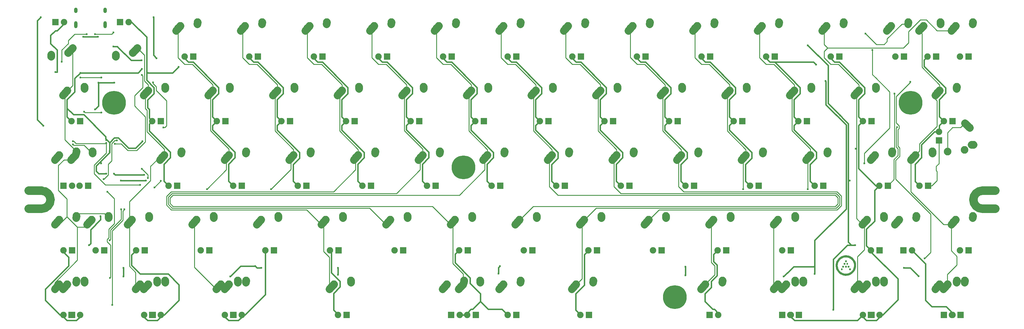
<source format=gtl>
G04 #@! TF.GenerationSoftware,KiCad,Pcbnew,(5.0.0)*
G04 #@! TF.CreationDate,2019-01-27T02:47:26-08:00*
G04 #@! TF.ProjectId,Voyager60,566F796167657236302E6B696361645F,rev?*
G04 #@! TF.SameCoordinates,Original*
G04 #@! TF.FileFunction,Copper,L1,Top,Signal*
G04 #@! TF.FilePolarity,Positive*
%FSLAX46Y46*%
G04 Gerber Fmt 4.6, Leading zero omitted, Abs format (unit mm)*
G04 Created by KiCad (PCBNEW (5.0.0)) date 01/27/19 02:47:26*
%MOMM*%
%LPD*%
G01*
G04 APERTURE LIST*
G04 #@! TA.AperFunction,EtchedComponent*
%ADD10C,2.501900*%
G04 #@! TD*
G04 #@! TA.AperFunction,EtchedComponent*
%ADD11C,0.010000*%
G04 #@! TD*
G04 #@! TA.AperFunction,ComponentPad*
%ADD12C,1.000000*%
G04 #@! TD*
G04 #@! TA.AperFunction,ComponentPad*
%ADD13C,7.000240*%
G04 #@! TD*
G04 #@! TA.AperFunction,ComponentPad*
%ADD14C,7.001300*%
G04 #@! TD*
G04 #@! TA.AperFunction,ComponentPad*
%ADD15O,1.000000X1.600000*%
G04 #@! TD*
G04 #@! TA.AperFunction,ComponentPad*
%ADD16O,1.000000X2.100000*%
G04 #@! TD*
G04 #@! TA.AperFunction,ComponentPad*
%ADD17C,2.250000*%
G04 #@! TD*
G04 #@! TA.AperFunction,Conductor*
%ADD18C,2.250000*%
G04 #@! TD*
G04 #@! TA.AperFunction,ComponentPad*
%ADD19C,1.905000*%
G04 #@! TD*
G04 #@! TA.AperFunction,ComponentPad*
%ADD20R,1.905000X1.905000*%
G04 #@! TD*
G04 #@! TA.AperFunction,ViaPad*
%ADD21C,0.600000*%
G04 #@! TD*
G04 #@! TA.AperFunction,Conductor*
%ADD22C,0.254000*%
G04 #@! TD*
G04 #@! TA.AperFunction,Conductor*
%ADD23C,0.381000*%
G04 #@! TD*
G04 APERTURE END LIST*
D10*
G04 #@! TO.C,REF\002A\002A*
X22600000Y-76399050D02*
X26400000Y-76399050D01*
X26400000Y-81700950D02*
G75*
G03X29050950Y-79050000I0J2650950D01*
G01*
X29050950Y-79050000D02*
G75*
G03X26400000Y-76399050I-2650950J0D01*
G01*
X22600000Y-81700950D02*
X26400000Y-81700950D01*
X303800000Y-81700950D02*
X307650000Y-81700950D01*
X301149050Y-79050000D02*
G75*
G02X303800000Y-76399050I2650950J0D01*
G01*
X303800000Y-81700950D02*
G75*
G02X301149050Y-79050000I0J2650950D01*
G01*
X303800000Y-76399050D02*
X307600000Y-76399050D01*
D11*
G04 #@! TO.C,G\002A\002A\002A*
G36*
X263715500Y-97345500D02*
X263310688Y-97345500D01*
X263310688Y-96940688D01*
X263715500Y-96940688D01*
X263715500Y-97345500D01*
X263715500Y-97345500D01*
G37*
X263715500Y-97345500D02*
X263310688Y-97345500D01*
X263310688Y-96940688D01*
X263715500Y-96940688D01*
X263715500Y-97345500D01*
G36*
X264120313Y-98131313D02*
X263715500Y-98131313D01*
X263715500Y-97750313D01*
X264120313Y-97750313D01*
X264120313Y-98131313D01*
X264120313Y-98131313D01*
G37*
X264120313Y-98131313D02*
X263715500Y-98131313D01*
X263715500Y-97750313D01*
X264120313Y-97750313D01*
X264120313Y-98131313D01*
G36*
X263310688Y-98131313D02*
X262929688Y-98131313D01*
X262929688Y-97750313D01*
X263310688Y-97750313D01*
X263310688Y-98131313D01*
X263310688Y-98131313D01*
G37*
X263310688Y-98131313D02*
X262929688Y-98131313D01*
X262929688Y-97750313D01*
X263310688Y-97750313D01*
X263310688Y-98131313D01*
G36*
X264501313Y-98940938D02*
X264120313Y-98940938D01*
X264120313Y-98536125D01*
X264501313Y-98536125D01*
X264501313Y-98940938D01*
X264501313Y-98940938D01*
G37*
X264501313Y-98940938D02*
X264120313Y-98940938D01*
X264120313Y-98536125D01*
X264501313Y-98536125D01*
X264501313Y-98940938D01*
G36*
X263715500Y-98940938D02*
X263310688Y-98940938D01*
X263310688Y-98536125D01*
X263715500Y-98536125D01*
X263715500Y-98940938D01*
X263715500Y-98940938D01*
G37*
X263715500Y-98940938D02*
X263310688Y-98940938D01*
X263310688Y-98536125D01*
X263715500Y-98536125D01*
X263715500Y-98940938D01*
G36*
X262929688Y-98940938D02*
X262524875Y-98940938D01*
X262524875Y-98536125D01*
X262929688Y-98536125D01*
X262929688Y-98940938D01*
X262929688Y-98940938D01*
G37*
X262929688Y-98940938D02*
X262524875Y-98940938D01*
X262524875Y-98536125D01*
X262929688Y-98536125D01*
X262929688Y-98940938D01*
G36*
X264906125Y-99726750D02*
X264501313Y-99726750D01*
X264501313Y-99321938D01*
X264906125Y-99321938D01*
X264906125Y-99726750D01*
X264906125Y-99726750D01*
G37*
X264906125Y-99726750D02*
X264501313Y-99726750D01*
X264501313Y-99321938D01*
X264906125Y-99321938D01*
X264906125Y-99726750D01*
G36*
X262524875Y-99726750D02*
X262120063Y-99726750D01*
X262120063Y-99321938D01*
X262524875Y-99321938D01*
X262524875Y-99726750D01*
X262524875Y-99726750D01*
G37*
X262524875Y-99726750D02*
X262120063Y-99726750D01*
X262120063Y-99321938D01*
X262524875Y-99321938D01*
X262524875Y-99726750D01*
G36*
X263528969Y-95453045D02*
X263653087Y-95454415D01*
X263764799Y-95458572D01*
X263867392Y-95465919D01*
X263964156Y-95476860D01*
X264058378Y-95491798D01*
X264153347Y-95511137D01*
X264252351Y-95535281D01*
X264297630Y-95547418D01*
X264506177Y-95612656D01*
X264708265Y-95691992D01*
X264903128Y-95785028D01*
X265089999Y-95891368D01*
X265268114Y-96010616D01*
X265420260Y-96128617D01*
X265577928Y-96269342D01*
X265725265Y-96420787D01*
X265861586Y-96581885D01*
X265986208Y-96751567D01*
X266098447Y-96928766D01*
X266197620Y-97112416D01*
X266283042Y-97301447D01*
X266354030Y-97494793D01*
X266402784Y-97662803D01*
X266435855Y-97802789D01*
X266461215Y-97934725D01*
X266479607Y-98063997D01*
X266491775Y-98195993D01*
X266498461Y-98336100D01*
X266499114Y-98361500D01*
X266496395Y-98579797D01*
X266478200Y-98794580D01*
X266444535Y-99005821D01*
X266395406Y-99213489D01*
X266330819Y-99417555D01*
X266266622Y-99581487D01*
X266238539Y-99646752D01*
X266214477Y-99700910D01*
X266192608Y-99747613D01*
X266171107Y-99790513D01*
X266148146Y-99833263D01*
X266121900Y-99879515D01*
X266092775Y-99929156D01*
X265973556Y-100115427D01*
X265843452Y-100290153D01*
X265702329Y-100453465D01*
X265550055Y-100605496D01*
X265386497Y-100746380D01*
X265211524Y-100876248D01*
X265029156Y-100992775D01*
X264976327Y-101023744D01*
X264930414Y-101049721D01*
X264887765Y-101072531D01*
X264844728Y-101094001D01*
X264797651Y-101115957D01*
X264742881Y-101140225D01*
X264681487Y-101166622D01*
X264585254Y-101206169D01*
X264496536Y-101239208D01*
X264409422Y-101267695D01*
X264317998Y-101293589D01*
X264235406Y-101314322D01*
X264070890Y-101349876D01*
X263913795Y-101375553D01*
X263759567Y-101391893D01*
X263603649Y-101399436D01*
X263513094Y-101400013D01*
X263461875Y-101399498D01*
X263413754Y-101398793D01*
X263371874Y-101397960D01*
X263339378Y-101397063D01*
X263319410Y-101396165D01*
X263318625Y-101396109D01*
X263102451Y-101372157D01*
X262889694Y-101333170D01*
X262681213Y-101279467D01*
X262477868Y-101211363D01*
X262280516Y-101129176D01*
X262090018Y-101033225D01*
X261907232Y-100923826D01*
X261756276Y-100818796D01*
X261583349Y-100680449D01*
X261422665Y-100532088D01*
X261274451Y-100374039D01*
X261138929Y-100206632D01*
X261016324Y-100030194D01*
X260906861Y-99845052D01*
X260810763Y-99651535D01*
X260728256Y-99449971D01*
X260659563Y-99240688D01*
X260647418Y-99197630D01*
X260621052Y-99095835D01*
X260599667Y-98999511D01*
X260582859Y-98905367D01*
X260570225Y-98810117D01*
X260561360Y-98710470D01*
X260555862Y-98603140D01*
X260553326Y-98484836D01*
X260553045Y-98428969D01*
X260553720Y-98373608D01*
X261085794Y-98373608D01*
X261085897Y-98453746D01*
X261087563Y-98533410D01*
X261090759Y-98608537D01*
X261095456Y-98675060D01*
X261099176Y-98710750D01*
X261131050Y-98908048D01*
X261177701Y-99099663D01*
X261238951Y-99285222D01*
X261314619Y-99464349D01*
X261404527Y-99636669D01*
X261508494Y-99801809D01*
X261626341Y-99959393D01*
X261757888Y-100109047D01*
X261780224Y-100132260D01*
X261914458Y-100259334D01*
X262060160Y-100377270D01*
X262214631Y-100484090D01*
X262375169Y-100577816D01*
X262420958Y-100601504D01*
X262495366Y-100638153D01*
X262560607Y-100668372D01*
X262621104Y-100693940D01*
X262681278Y-100716634D01*
X262745551Y-100738233D01*
X262810625Y-100758227D01*
X262999838Y-100807640D01*
X263185589Y-100842091D01*
X263369327Y-100861714D01*
X263552503Y-100866642D01*
X263736564Y-100857011D01*
X263803106Y-100850031D01*
X263990438Y-100821087D01*
X264170019Y-100779278D01*
X264344357Y-100723854D01*
X264515959Y-100654064D01*
X264612916Y-100607866D01*
X264783548Y-100514447D01*
X264942964Y-100410712D01*
X265091922Y-100295974D01*
X265231179Y-100169550D01*
X265361494Y-100030754D01*
X265483624Y-99878903D01*
X265591892Y-99723259D01*
X265617018Y-99682068D01*
X265646341Y-99629940D01*
X265678041Y-99570496D01*
X265710299Y-99507356D01*
X265741293Y-99444140D01*
X265769206Y-99384467D01*
X265792215Y-99331957D01*
X265805653Y-99298125D01*
X265868520Y-99106584D01*
X265915916Y-98913845D01*
X265947800Y-98720450D01*
X265964130Y-98526940D01*
X265964868Y-98333857D01*
X265949972Y-98141742D01*
X265919402Y-97951136D01*
X265909599Y-97905094D01*
X265875950Y-97768801D01*
X265837642Y-97642618D01*
X265792704Y-97521007D01*
X265739163Y-97398432D01*
X265701504Y-97320958D01*
X265607799Y-97152110D01*
X265500974Y-96991673D01*
X265381798Y-96840368D01*
X265251037Y-96698914D01*
X265109460Y-96568031D01*
X264957834Y-96448440D01*
X264796927Y-96340860D01*
X264627507Y-96246011D01*
X264483325Y-96178480D01*
X264311697Y-96112085D01*
X264139143Y-96060087D01*
X263963656Y-96022078D01*
X263783226Y-95997651D01*
X263595845Y-95986397D01*
X263532938Y-95985507D01*
X263334843Y-95991877D01*
X263143215Y-96012522D01*
X262957281Y-96047673D01*
X262776265Y-96097567D01*
X262599394Y-96162435D01*
X262425894Y-96242513D01*
X262254991Y-96338035D01*
X262154294Y-96402244D01*
X262014861Y-96503772D01*
X261880663Y-96618278D01*
X261753341Y-96743839D01*
X261634535Y-96878531D01*
X261525886Y-97020431D01*
X261429035Y-97167615D01*
X261345622Y-97318161D01*
X261310826Y-97391080D01*
X261249423Y-97535939D01*
X261199192Y-97675178D01*
X261158935Y-97813126D01*
X261127456Y-97954114D01*
X261103556Y-98102471D01*
X261095155Y-98171000D01*
X261090392Y-98228170D01*
X261087282Y-98297061D01*
X261085794Y-98373608D01*
X260553720Y-98373608D01*
X260554790Y-98285973D01*
X260560664Y-98155106D01*
X260571238Y-98033025D01*
X260587085Y-97916385D01*
X260608777Y-97801844D01*
X260636887Y-97686059D01*
X260671986Y-97565687D01*
X260714647Y-97437384D01*
X260730341Y-97393125D01*
X260808726Y-97198406D01*
X260901566Y-97010072D01*
X261008672Y-96828385D01*
X261129852Y-96653608D01*
X261264917Y-96486003D01*
X261413674Y-96325833D01*
X261575933Y-96173360D01*
X261682771Y-96083179D01*
X261768600Y-96017686D01*
X261866139Y-95950360D01*
X261971748Y-95883412D01*
X262081786Y-95819055D01*
X262192613Y-95759500D01*
X262300589Y-95706958D01*
X262306594Y-95704215D01*
X262376554Y-95674342D01*
X262457735Y-95642956D01*
X262545767Y-95611536D01*
X262636279Y-95581562D01*
X262724901Y-95554511D01*
X262807264Y-95531864D01*
X262839150Y-95523971D01*
X262932375Y-95503203D01*
X263021349Y-95486543D01*
X263109353Y-95473652D01*
X263199669Y-95464195D01*
X263295578Y-95457832D01*
X263400360Y-95454228D01*
X263517295Y-95453044D01*
X263528969Y-95453045D01*
X263528969Y-95453045D01*
G37*
X263528969Y-95453045D02*
X263653087Y-95454415D01*
X263764799Y-95458572D01*
X263867392Y-95465919D01*
X263964156Y-95476860D01*
X264058378Y-95491798D01*
X264153347Y-95511137D01*
X264252351Y-95535281D01*
X264297630Y-95547418D01*
X264506177Y-95612656D01*
X264708265Y-95691992D01*
X264903128Y-95785028D01*
X265089999Y-95891368D01*
X265268114Y-96010616D01*
X265420260Y-96128617D01*
X265577928Y-96269342D01*
X265725265Y-96420787D01*
X265861586Y-96581885D01*
X265986208Y-96751567D01*
X266098447Y-96928766D01*
X266197620Y-97112416D01*
X266283042Y-97301447D01*
X266354030Y-97494793D01*
X266402784Y-97662803D01*
X266435855Y-97802789D01*
X266461215Y-97934725D01*
X266479607Y-98063997D01*
X266491775Y-98195993D01*
X266498461Y-98336100D01*
X266499114Y-98361500D01*
X266496395Y-98579797D01*
X266478200Y-98794580D01*
X266444535Y-99005821D01*
X266395406Y-99213489D01*
X266330819Y-99417555D01*
X266266622Y-99581487D01*
X266238539Y-99646752D01*
X266214477Y-99700910D01*
X266192608Y-99747613D01*
X266171107Y-99790513D01*
X266148146Y-99833263D01*
X266121900Y-99879515D01*
X266092775Y-99929156D01*
X265973556Y-100115427D01*
X265843452Y-100290153D01*
X265702329Y-100453465D01*
X265550055Y-100605496D01*
X265386497Y-100746380D01*
X265211524Y-100876248D01*
X265029156Y-100992775D01*
X264976327Y-101023744D01*
X264930414Y-101049721D01*
X264887765Y-101072531D01*
X264844728Y-101094001D01*
X264797651Y-101115957D01*
X264742881Y-101140225D01*
X264681487Y-101166622D01*
X264585254Y-101206169D01*
X264496536Y-101239208D01*
X264409422Y-101267695D01*
X264317998Y-101293589D01*
X264235406Y-101314322D01*
X264070890Y-101349876D01*
X263913795Y-101375553D01*
X263759567Y-101391893D01*
X263603649Y-101399436D01*
X263513094Y-101400013D01*
X263461875Y-101399498D01*
X263413754Y-101398793D01*
X263371874Y-101397960D01*
X263339378Y-101397063D01*
X263319410Y-101396165D01*
X263318625Y-101396109D01*
X263102451Y-101372157D01*
X262889694Y-101333170D01*
X262681213Y-101279467D01*
X262477868Y-101211363D01*
X262280516Y-101129176D01*
X262090018Y-101033225D01*
X261907232Y-100923826D01*
X261756276Y-100818796D01*
X261583349Y-100680449D01*
X261422665Y-100532088D01*
X261274451Y-100374039D01*
X261138929Y-100206632D01*
X261016324Y-100030194D01*
X260906861Y-99845052D01*
X260810763Y-99651535D01*
X260728256Y-99449971D01*
X260659563Y-99240688D01*
X260647418Y-99197630D01*
X260621052Y-99095835D01*
X260599667Y-98999511D01*
X260582859Y-98905367D01*
X260570225Y-98810117D01*
X260561360Y-98710470D01*
X260555862Y-98603140D01*
X260553326Y-98484836D01*
X260553045Y-98428969D01*
X260553720Y-98373608D01*
X261085794Y-98373608D01*
X261085897Y-98453746D01*
X261087563Y-98533410D01*
X261090759Y-98608537D01*
X261095456Y-98675060D01*
X261099176Y-98710750D01*
X261131050Y-98908048D01*
X261177701Y-99099663D01*
X261238951Y-99285222D01*
X261314619Y-99464349D01*
X261404527Y-99636669D01*
X261508494Y-99801809D01*
X261626341Y-99959393D01*
X261757888Y-100109047D01*
X261780224Y-100132260D01*
X261914458Y-100259334D01*
X262060160Y-100377270D01*
X262214631Y-100484090D01*
X262375169Y-100577816D01*
X262420958Y-100601504D01*
X262495366Y-100638153D01*
X262560607Y-100668372D01*
X262621104Y-100693940D01*
X262681278Y-100716634D01*
X262745551Y-100738233D01*
X262810625Y-100758227D01*
X262999838Y-100807640D01*
X263185589Y-100842091D01*
X263369327Y-100861714D01*
X263552503Y-100866642D01*
X263736564Y-100857011D01*
X263803106Y-100850031D01*
X263990438Y-100821087D01*
X264170019Y-100779278D01*
X264344357Y-100723854D01*
X264515959Y-100654064D01*
X264612916Y-100607866D01*
X264783548Y-100514447D01*
X264942964Y-100410712D01*
X265091922Y-100295974D01*
X265231179Y-100169550D01*
X265361494Y-100030754D01*
X265483624Y-99878903D01*
X265591892Y-99723259D01*
X265617018Y-99682068D01*
X265646341Y-99629940D01*
X265678041Y-99570496D01*
X265710299Y-99507356D01*
X265741293Y-99444140D01*
X265769206Y-99384467D01*
X265792215Y-99331957D01*
X265805653Y-99298125D01*
X265868520Y-99106584D01*
X265915916Y-98913845D01*
X265947800Y-98720450D01*
X265964130Y-98526940D01*
X265964868Y-98333857D01*
X265949972Y-98141742D01*
X265919402Y-97951136D01*
X265909599Y-97905094D01*
X265875950Y-97768801D01*
X265837642Y-97642618D01*
X265792704Y-97521007D01*
X265739163Y-97398432D01*
X265701504Y-97320958D01*
X265607799Y-97152110D01*
X265500974Y-96991673D01*
X265381798Y-96840368D01*
X265251037Y-96698914D01*
X265109460Y-96568031D01*
X264957834Y-96448440D01*
X264796927Y-96340860D01*
X264627507Y-96246011D01*
X264483325Y-96178480D01*
X264311697Y-96112085D01*
X264139143Y-96060087D01*
X263963656Y-96022078D01*
X263783226Y-95997651D01*
X263595845Y-95986397D01*
X263532938Y-95985507D01*
X263334843Y-95991877D01*
X263143215Y-96012522D01*
X262957281Y-96047673D01*
X262776265Y-96097567D01*
X262599394Y-96162435D01*
X262425894Y-96242513D01*
X262254991Y-96338035D01*
X262154294Y-96402244D01*
X262014861Y-96503772D01*
X261880663Y-96618278D01*
X261753341Y-96743839D01*
X261634535Y-96878531D01*
X261525886Y-97020431D01*
X261429035Y-97167615D01*
X261345622Y-97318161D01*
X261310826Y-97391080D01*
X261249423Y-97535939D01*
X261199192Y-97675178D01*
X261158935Y-97813126D01*
X261127456Y-97954114D01*
X261103556Y-98102471D01*
X261095155Y-98171000D01*
X261090392Y-98228170D01*
X261087282Y-98297061D01*
X261085794Y-98373608D01*
X260553720Y-98373608D01*
X260554790Y-98285973D01*
X260560664Y-98155106D01*
X260571238Y-98033025D01*
X260587085Y-97916385D01*
X260608777Y-97801844D01*
X260636887Y-97686059D01*
X260671986Y-97565687D01*
X260714647Y-97437384D01*
X260730341Y-97393125D01*
X260808726Y-97198406D01*
X260901566Y-97010072D01*
X261008672Y-96828385D01*
X261129852Y-96653608D01*
X261264917Y-96486003D01*
X261413674Y-96325833D01*
X261575933Y-96173360D01*
X261682771Y-96083179D01*
X261768600Y-96017686D01*
X261866139Y-95950360D01*
X261971748Y-95883412D01*
X262081786Y-95819055D01*
X262192613Y-95759500D01*
X262300589Y-95706958D01*
X262306594Y-95704215D01*
X262376554Y-95674342D01*
X262457735Y-95642956D01*
X262545767Y-95611536D01*
X262636279Y-95581562D01*
X262724901Y-95554511D01*
X262807264Y-95531864D01*
X262839150Y-95523971D01*
X262932375Y-95503203D01*
X263021349Y-95486543D01*
X263109353Y-95473652D01*
X263199669Y-95464195D01*
X263295578Y-95457832D01*
X263400360Y-95454228D01*
X263517295Y-95453044D01*
X263528969Y-95453045D01*
G04 #@! TD*
D12*
G04 #@! TO.P,REF\002A\002A,1*
G04 #@! TO.N,N/C*
X301961522Y-80888478D03*
X303800000Y-81650000D03*
X305842035Y-81650000D03*
X305842035Y-76450000D03*
X303800000Y-76450000D03*
X301961522Y-77211522D03*
X301200000Y-79050000D03*
X24357965Y-81650000D03*
X24357965Y-76450000D03*
X28238478Y-80888478D03*
X28238478Y-77211522D03*
X26400000Y-81650000D03*
X26400000Y-76450000D03*
X29000000Y-79050000D03*
X152000000Y-71850000D03*
X149600000Y-71850000D03*
X150800000Y-71850000D03*
X149600000Y-67250000D03*
X152000000Y-67250000D03*
X150800000Y-67250000D03*
X214300000Y-110050000D03*
X211900000Y-110050000D03*
X211900000Y-105450000D03*
X214300000Y-105450000D03*
X213100000Y-110050000D03*
X213100000Y-105450000D03*
X283850000Y-48133000D03*
X281450000Y-48150000D03*
X281450000Y-52750000D03*
X283850000Y-52750000D03*
X282650000Y-52750000D03*
X282650000Y-48150000D03*
X49426346Y-52076346D03*
X46173654Y-52076346D03*
X49426346Y-48823654D03*
X46173654Y-48823654D03*
X47800000Y-52750000D03*
X50100000Y-50450000D03*
X45500000Y-50450000D03*
X47800000Y-48150000D03*
D13*
X282650000Y-50450000D03*
X213100000Y-107750000D03*
X150800000Y-69550000D03*
D14*
X47800000Y-50450000D03*
G04 #@! TD*
D15*
G04 #@! TO.P,USB1,13*
G04 #@! TO.N,GND*
X45157600Y-23237500D03*
X36517600Y-23237500D03*
D16*
X45157600Y-27417500D03*
X36517600Y-27417500D03*
G04 #@! TD*
D17*
G04 #@! TO.P,K_\002C1,2*
G04 #@! TO.N,Net-(D53-Pad2)*
X210482500Y-84110000D03*
D18*
G04 #@! TD*
G04 #@! TO.N,Net-(D53-Pad2)*
G04 #@! TO.C,K_\002C1*
X210462500Y-84400000D02*
X210502500Y-83820000D01*
D17*
G04 #@! TO.P,K_\002C1,2*
G04 #@! TO.N,Net-(D53-Pad2)*
X210502500Y-83820000D03*
G04 #@! TO.P,K_\002C1,1*
G04 #@! TO.N,COL9*
X204807501Y-85630000D03*
D18*
G04 #@! TD*
G04 #@! TO.N,COL9*
G04 #@! TO.C,K_\002C1*
X204152500Y-86360000D02*
X205462502Y-84900000D01*
D17*
G04 #@! TO.P,K_\002C1,1*
G04 #@! TO.N,COL9*
X205462500Y-84900000D03*
D19*
G04 #@! TO.P,K_\002C1,3*
G04 #@! TO.N,+5V*
X206692500Y-93980000D03*
D20*
G04 #@! TO.P,K_\002C1,4*
G04 #@! TO.N,Net-(K_\002C1-Pad4)*
X209232500Y-93980000D03*
G04 #@! TD*
D17*
G04 #@! TO.P,K_.1,2*
G04 #@! TO.N,Net-(D54-Pad2)*
X229532500Y-84110000D03*
D18*
G04 #@! TD*
G04 #@! TO.N,Net-(D54-Pad2)*
G04 #@! TO.C,K_.1*
X229512500Y-84400000D02*
X229552500Y-83820000D01*
D17*
G04 #@! TO.P,K_.1,2*
G04 #@! TO.N,Net-(D54-Pad2)*
X229552500Y-83820000D03*
G04 #@! TO.P,K_.1,1*
G04 #@! TO.N,COL10*
X223857501Y-85630000D03*
D18*
G04 #@! TD*
G04 #@! TO.N,COL10*
G04 #@! TO.C,K_.1*
X223202500Y-86360000D02*
X224512502Y-84900000D01*
D17*
G04 #@! TO.P,K_.1,1*
G04 #@! TO.N,COL10*
X224512500Y-84900000D03*
D19*
G04 #@! TO.P,K_.1,3*
G04 #@! TO.N,+5V*
X225742500Y-93980000D03*
D20*
G04 #@! TO.P,K_.1,4*
G04 #@! TO.N,Net-(K_.1-Pad4)*
X228282500Y-93980000D03*
G04 #@! TD*
G04 #@! TO.P,K_#1,4*
G04 #@! TO.N,Net-(K_#1-Pad4)*
X49530000Y-26670000D03*
D19*
G04 #@! TO.P,K_#1,3*
G04 #@! TO.N,+5V*
X52070000Y-26670000D03*
D17*
G04 #@! TO.P,K_#1,1*
G04 #@! TO.N,COL1*
X53300000Y-35750000D03*
X53954999Y-35020000D03*
D18*
G04 #@! TD*
G04 #@! TO.N,COL1*
G04 #@! TO.C,K_#1*
X54610000Y-34290000D02*
X53299998Y-35750000D01*
D17*
G04 #@! TO.P,K_#1,2*
G04 #@! TO.N,Net-(D2-Pad2)*
X48260000Y-36830000D03*
X48280000Y-36540000D03*
D18*
G04 #@! TD*
G04 #@! TO.N,Net-(D2-Pad2)*
G04 #@! TO.C,K_#1*
X48300000Y-36250000D02*
X48260000Y-36830000D01*
D20*
G04 #@! TO.P,K_#2,4*
G04 #@! TO.N,Net-(K_#2-Pad4)*
X71120000Y-36830000D03*
D19*
G04 #@! TO.P,K_#2,3*
G04 #@! TO.N,+5V*
X68580000Y-36830000D03*
D17*
G04 #@! TO.P,K_#2,1*
G04 #@! TO.N,COL2*
X67350000Y-27750000D03*
X66695001Y-28480000D03*
D18*
G04 #@! TD*
G04 #@! TO.N,COL2*
G04 #@! TO.C,K_#2*
X66040000Y-29210000D02*
X67350002Y-27750000D01*
D17*
G04 #@! TO.P,K_#2,2*
G04 #@! TO.N,Net-(D3-Pad2)*
X72390000Y-26670000D03*
X72370000Y-26960000D03*
D18*
G04 #@! TD*
G04 #@! TO.N,Net-(D3-Pad2)*
G04 #@! TO.C,K_#2*
X72350000Y-27250000D02*
X72390000Y-26670000D01*
D20*
G04 #@! TO.P,K_#3,4*
G04 #@! TO.N,Net-(K_#3-Pad4)*
X90170000Y-36830000D03*
D19*
G04 #@! TO.P,K_#3,3*
G04 #@! TO.N,+5V*
X87630000Y-36830000D03*
D17*
G04 #@! TO.P,K_#3,1*
G04 #@! TO.N,COL3*
X86400000Y-27750000D03*
X85745001Y-28480000D03*
D18*
G04 #@! TD*
G04 #@! TO.N,COL3*
G04 #@! TO.C,K_#3*
X85090000Y-29210000D02*
X86400002Y-27750000D01*
D17*
G04 #@! TO.P,K_#3,2*
G04 #@! TO.N,Net-(D4-Pad2)*
X91440000Y-26670000D03*
X91420000Y-26960000D03*
D18*
G04 #@! TD*
G04 #@! TO.N,Net-(D4-Pad2)*
G04 #@! TO.C,K_#3*
X91400000Y-27250000D02*
X91440000Y-26670000D01*
D20*
G04 #@! TO.P,K_#4,4*
G04 #@! TO.N,Net-(K_#4-Pad4)*
X109220000Y-36830000D03*
D19*
G04 #@! TO.P,K_#4,3*
G04 #@! TO.N,+5V*
X106680000Y-36830000D03*
D17*
G04 #@! TO.P,K_#4,1*
G04 #@! TO.N,COL4*
X105450000Y-27750000D03*
X104795001Y-28480000D03*
D18*
G04 #@! TD*
G04 #@! TO.N,COL4*
G04 #@! TO.C,K_#4*
X104140000Y-29210000D02*
X105450002Y-27750000D01*
D17*
G04 #@! TO.P,K_#4,2*
G04 #@! TO.N,Net-(D5-Pad2)*
X110490000Y-26670000D03*
X110470000Y-26960000D03*
D18*
G04 #@! TD*
G04 #@! TO.N,Net-(D5-Pad2)*
G04 #@! TO.C,K_#4*
X110450000Y-27250000D02*
X110490000Y-26670000D01*
D20*
G04 #@! TO.P,K_#5,4*
G04 #@! TO.N,Net-(K_#5-Pad4)*
X128270000Y-36830000D03*
D19*
G04 #@! TO.P,K_#5,3*
G04 #@! TO.N,+5V*
X125730000Y-36830000D03*
D17*
G04 #@! TO.P,K_#5,1*
G04 #@! TO.N,COL5*
X124500000Y-27750000D03*
X123845001Y-28480000D03*
D18*
G04 #@! TD*
G04 #@! TO.N,COL5*
G04 #@! TO.C,K_#5*
X123190000Y-29210000D02*
X124500002Y-27750000D01*
D17*
G04 #@! TO.P,K_#5,2*
G04 #@! TO.N,Net-(D6-Pad2)*
X129540000Y-26670000D03*
X129520000Y-26960000D03*
D18*
G04 #@! TD*
G04 #@! TO.N,Net-(D6-Pad2)*
G04 #@! TO.C,K_#5*
X129500000Y-27250000D02*
X129540000Y-26670000D01*
D20*
G04 #@! TO.P,K_#6,4*
G04 #@! TO.N,Net-(K_#6-Pad4)*
X147320000Y-36830000D03*
D19*
G04 #@! TO.P,K_#6,3*
G04 #@! TO.N,+5V*
X144780000Y-36830000D03*
D17*
G04 #@! TO.P,K_#6,1*
G04 #@! TO.N,COL6*
X143550000Y-27750000D03*
X142895001Y-28480000D03*
D18*
G04 #@! TD*
G04 #@! TO.N,COL6*
G04 #@! TO.C,K_#6*
X142240000Y-29210000D02*
X143550002Y-27750000D01*
D17*
G04 #@! TO.P,K_#6,2*
G04 #@! TO.N,Net-(D7-Pad2)*
X148590000Y-26670000D03*
X148570000Y-26960000D03*
D18*
G04 #@! TD*
G04 #@! TO.N,Net-(D7-Pad2)*
G04 #@! TO.C,K_#6*
X148550000Y-27250000D02*
X148590000Y-26670000D01*
D20*
G04 #@! TO.P,K_#7,4*
G04 #@! TO.N,Net-(K_#7-Pad4)*
X166370000Y-36830000D03*
D19*
G04 #@! TO.P,K_#7,3*
G04 #@! TO.N,+5V*
X163830000Y-36830000D03*
D17*
G04 #@! TO.P,K_#7,1*
G04 #@! TO.N,COL7*
X162600000Y-27750000D03*
X161945001Y-28480000D03*
D18*
G04 #@! TD*
G04 #@! TO.N,COL7*
G04 #@! TO.C,K_#7*
X161290000Y-29210000D02*
X162600002Y-27750000D01*
D17*
G04 #@! TO.P,K_#7,2*
G04 #@! TO.N,Net-(D8-Pad2)*
X167640000Y-26670000D03*
X167620000Y-26960000D03*
D18*
G04 #@! TD*
G04 #@! TO.N,Net-(D8-Pad2)*
G04 #@! TO.C,K_#7*
X167600000Y-27250000D02*
X167640000Y-26670000D01*
D17*
G04 #@! TO.P,K_#8,2*
G04 #@! TO.N,Net-(D9-Pad2)*
X186670000Y-26960000D03*
D18*
G04 #@! TD*
G04 #@! TO.N,Net-(D9-Pad2)*
G04 #@! TO.C,K_#8*
X186650000Y-27250000D02*
X186690000Y-26670000D01*
D17*
G04 #@! TO.P,K_#8,2*
G04 #@! TO.N,Net-(D9-Pad2)*
X186690000Y-26670000D03*
G04 #@! TO.P,K_#8,1*
G04 #@! TO.N,COL8*
X180995001Y-28480000D03*
D18*
G04 #@! TD*
G04 #@! TO.N,COL8*
G04 #@! TO.C,K_#8*
X180340000Y-29210000D02*
X181650002Y-27750000D01*
D17*
G04 #@! TO.P,K_#8,1*
G04 #@! TO.N,COL8*
X181650000Y-27750000D03*
D19*
G04 #@! TO.P,K_#8,3*
G04 #@! TO.N,+5V*
X182880000Y-36830000D03*
D20*
G04 #@! TO.P,K_#8,4*
G04 #@! TO.N,Net-(K_#8-Pad4)*
X185420000Y-36830000D03*
G04 #@! TD*
G04 #@! TO.P,K_#9,4*
G04 #@! TO.N,Net-(K_#9-Pad4)*
X204470000Y-36830000D03*
D19*
G04 #@! TO.P,K_#9,3*
G04 #@! TO.N,+5V*
X201930000Y-36830000D03*
D17*
G04 #@! TO.P,K_#9,1*
G04 #@! TO.N,COL9*
X200700000Y-27750000D03*
X200045001Y-28480000D03*
D18*
G04 #@! TD*
G04 #@! TO.N,COL9*
G04 #@! TO.C,K_#9*
X199390000Y-29210000D02*
X200700002Y-27750000D01*
D17*
G04 #@! TO.P,K_#9,2*
G04 #@! TO.N,Net-(D10-Pad2)*
X205740000Y-26670000D03*
X205720000Y-26960000D03*
D18*
G04 #@! TD*
G04 #@! TO.N,Net-(D10-Pad2)*
G04 #@! TO.C,K_#9*
X205700000Y-27250000D02*
X205740000Y-26670000D01*
D17*
G04 #@! TO.P,K_#10,2*
G04 #@! TO.N,Net-(D11-Pad2)*
X224770000Y-26960000D03*
D18*
G04 #@! TD*
G04 #@! TO.N,Net-(D11-Pad2)*
G04 #@! TO.C,K_#10*
X224750000Y-27250000D02*
X224790000Y-26670000D01*
D17*
G04 #@! TO.P,K_#10,2*
G04 #@! TO.N,Net-(D11-Pad2)*
X224790000Y-26670000D03*
G04 #@! TO.P,K_#10,1*
G04 #@! TO.N,COL10*
X219095001Y-28480000D03*
D18*
G04 #@! TD*
G04 #@! TO.N,COL10*
G04 #@! TO.C,K_#10*
X218440000Y-29210000D02*
X219750002Y-27750000D01*
D17*
G04 #@! TO.P,K_#10,1*
G04 #@! TO.N,COL10*
X219750000Y-27750000D03*
D19*
G04 #@! TO.P,K_#10,3*
G04 #@! TO.N,+5V*
X220980000Y-36830000D03*
D20*
G04 #@! TO.P,K_#10,4*
G04 #@! TO.N,Net-(K_#10-Pad4)*
X223520000Y-36830000D03*
G04 #@! TD*
D17*
G04 #@! TO.P,K_'1,2*
G04 #@! TO.N,Net-(D42-Pad2)*
X258107500Y-65060000D03*
D18*
G04 #@! TD*
G04 #@! TO.N,Net-(D42-Pad2)*
G04 #@! TO.C,K_'1*
X258087500Y-65350000D02*
X258127500Y-64770000D01*
D17*
G04 #@! TO.P,K_'1,2*
G04 #@! TO.N,Net-(D42-Pad2)*
X258127500Y-64770000D03*
G04 #@! TO.P,K_'1,1*
G04 #@! TO.N,COL11*
X252432501Y-66580000D03*
D18*
G04 #@! TD*
G04 #@! TO.N,COL11*
G04 #@! TO.C,K_'1*
X251777500Y-67310000D02*
X253087502Y-65850000D01*
D17*
G04 #@! TO.P,K_'1,1*
G04 #@! TO.N,COL11*
X253087500Y-65850000D03*
D19*
G04 #@! TO.P,K_'1,3*
G04 #@! TO.N,+5V*
X254317500Y-74930000D03*
D20*
G04 #@! TO.P,K_'1,4*
G04 #@! TO.N,Net-(K_'1-Pad4)*
X256857500Y-74930000D03*
G04 #@! TD*
D17*
G04 #@! TO.P,K_-1,2*
G04 #@! TO.N,Net-(D12-Pad2)*
X243820000Y-26960000D03*
D18*
G04 #@! TD*
G04 #@! TO.N,Net-(D12-Pad2)*
G04 #@! TO.C,K_-1*
X243800000Y-27250000D02*
X243840000Y-26670000D01*
D17*
G04 #@! TO.P,K_-1,2*
G04 #@! TO.N,Net-(D12-Pad2)*
X243840000Y-26670000D03*
G04 #@! TO.P,K_-1,1*
G04 #@! TO.N,COL11*
X238145001Y-28480000D03*
D18*
G04 #@! TD*
G04 #@! TO.N,COL11*
G04 #@! TO.C,K_-1*
X237490000Y-29210000D02*
X238800002Y-27750000D01*
D17*
G04 #@! TO.P,K_-1,1*
G04 #@! TO.N,COL11*
X238800000Y-27750000D03*
D19*
G04 #@! TO.P,K_-1,3*
G04 #@! TO.N,+5V*
X240030000Y-36830000D03*
D20*
G04 #@! TO.P,K_-1,4*
G04 #@! TO.N,Net-(K_-1-Pad4)*
X242570000Y-36830000D03*
G04 #@! TD*
D17*
G04 #@! TO.P,K_/1,2*
G04 #@! TO.N,Net-(D55-Pad2)*
X248582500Y-84110000D03*
D18*
G04 #@! TD*
G04 #@! TO.N,Net-(D55-Pad2)*
G04 #@! TO.C,K_/1*
X248562500Y-84400000D02*
X248602500Y-83820000D01*
D17*
G04 #@! TO.P,K_/1,2*
G04 #@! TO.N,Net-(D55-Pad2)*
X248602500Y-83820000D03*
G04 #@! TO.P,K_/1,1*
G04 #@! TO.N,COL11*
X242907501Y-85630000D03*
D18*
G04 #@! TD*
G04 #@! TO.N,COL11*
G04 #@! TO.C,K_/1*
X242252500Y-86360000D02*
X243562502Y-84900000D01*
D17*
G04 #@! TO.P,K_/1,1*
G04 #@! TO.N,COL11*
X243562500Y-84900000D03*
D19*
G04 #@! TO.P,K_/1,3*
G04 #@! TO.N,+5V*
X244792500Y-93980000D03*
D20*
G04 #@! TO.P,K_/1,4*
G04 #@! TO.N,Net-(K_/1-Pad4)*
X247332500Y-93980000D03*
G04 #@! TD*
D17*
G04 #@! TO.P,K_;1,2*
G04 #@! TO.N,Net-(D41-Pad2)*
X239057500Y-65060000D03*
D18*
G04 #@! TD*
G04 #@! TO.N,Net-(D41-Pad2)*
G04 #@! TO.C,K_;1*
X239037500Y-65350000D02*
X239077500Y-64770000D01*
D17*
G04 #@! TO.P,K_;1,2*
G04 #@! TO.N,Net-(D41-Pad2)*
X239077500Y-64770000D03*
G04 #@! TO.P,K_;1,1*
G04 #@! TO.N,COL10*
X233382501Y-66580000D03*
D18*
G04 #@! TD*
G04 #@! TO.N,COL10*
G04 #@! TO.C,K_;1*
X232727500Y-67310000D02*
X234037502Y-65850000D01*
D17*
G04 #@! TO.P,K_;1,1*
G04 #@! TO.N,COL10*
X234037500Y-65850000D03*
D19*
G04 #@! TO.P,K_;1,3*
G04 #@! TO.N,+5V*
X235267500Y-74930000D03*
D20*
G04 #@! TO.P,K_;1,4*
G04 #@! TO.N,Net-(K_;1-Pad4)*
X237807500Y-74930000D03*
G04 #@! TD*
D17*
G04 #@! TO.P,K_=1,2*
G04 #@! TO.N,Net-(D13-Pad2)*
X262870000Y-26960000D03*
D18*
G04 #@! TD*
G04 #@! TO.N,Net-(D13-Pad2)*
G04 #@! TO.C,K_=1*
X262850000Y-27250000D02*
X262890000Y-26670000D01*
D17*
G04 #@! TO.P,K_=1,2*
G04 #@! TO.N,Net-(D13-Pad2)*
X262890000Y-26670000D03*
G04 #@! TO.P,K_=1,1*
G04 #@! TO.N,COL12*
X257195001Y-28480000D03*
D18*
G04 #@! TD*
G04 #@! TO.N,COL12*
G04 #@! TO.C,K_=1*
X256540000Y-29210000D02*
X257850002Y-27750000D01*
D17*
G04 #@! TO.P,K_=1,1*
G04 #@! TO.N,COL12*
X257850000Y-27750000D03*
D19*
G04 #@! TO.P,K_=1,3*
G04 #@! TO.N,+5V*
X259080000Y-36830000D03*
D20*
G04 #@! TO.P,K_=1,4*
G04 #@! TO.N,Net-(K_=1-Pad4)*
X261620000Y-36830000D03*
G04 #@! TD*
D17*
G04 #@! TO.P,K_[1,2*
G04 #@! TO.N,Net-(D27-Pad2)*
X253345000Y-46010000D03*
D18*
G04 #@! TD*
G04 #@! TO.N,Net-(D27-Pad2)*
G04 #@! TO.C,K_[1*
X253325000Y-46300000D02*
X253365000Y-45720000D01*
D17*
G04 #@! TO.P,K_[1,2*
G04 #@! TO.N,Net-(D27-Pad2)*
X253365000Y-45720000D03*
G04 #@! TO.P,K_[1,1*
G04 #@! TO.N,COL11*
X247670001Y-47530000D03*
D18*
G04 #@! TD*
G04 #@! TO.N,COL11*
G04 #@! TO.C,K_[1*
X247015000Y-48260000D02*
X248325002Y-46800000D01*
D17*
G04 #@! TO.P,K_[1,1*
G04 #@! TO.N,COL11*
X248325000Y-46800000D03*
D19*
G04 #@! TO.P,K_[1,3*
G04 #@! TO.N,+5V*
X249555000Y-55880000D03*
D20*
G04 #@! TO.P,K_[1,4*
G04 #@! TO.N,Net-(K_[1-Pad4)*
X252095000Y-55880000D03*
G04 #@! TD*
G04 #@! TO.P,K_\005C1,4*
G04 #@! TO.N,Net-(K_\005C1-Pad4)*
X294957500Y-55880000D03*
D19*
G04 #@! TO.P,K_\005C1,3*
G04 #@! TO.N,+5V*
X292417500Y-55880000D03*
D17*
G04 #@! TO.P,K_\005C1,1*
G04 #@! TO.N,COL13*
X291187500Y-46800000D03*
X290532501Y-47530000D03*
D18*
G04 #@! TD*
G04 #@! TO.N,COL13*
G04 #@! TO.C,K_\005C1*
X289877500Y-48260000D02*
X291187502Y-46800000D01*
D17*
G04 #@! TO.P,K_\005C1,2*
G04 #@! TO.N,Net-(D29-Pad2)*
X296227500Y-45720000D03*
X296207500Y-46010000D03*
D18*
G04 #@! TD*
G04 #@! TO.N,Net-(D29-Pad2)*
G04 #@! TO.C,K_\005C1*
X296187500Y-46300000D02*
X296227500Y-45720000D01*
D20*
G04 #@! TO.P,K_\005C2,4*
G04 #@! TO.N,Net-(K_\005C1-Pad4)*
X275907500Y-74930000D03*
D19*
G04 #@! TO.P,K_\005C2,3*
G04 #@! TO.N,+5V*
X273367500Y-74930000D03*
D17*
G04 #@! TO.P,K_\005C2,1*
G04 #@! TO.N,COL13*
X272137500Y-65850000D03*
X271482501Y-66580000D03*
D18*
G04 #@! TD*
G04 #@! TO.N,COL13*
G04 #@! TO.C,K_\005C2*
X270827500Y-67310000D02*
X272137502Y-65850000D01*
D17*
G04 #@! TO.P,K_\005C2,2*
G04 #@! TO.N,Net-(D29-Pad2)*
X277177500Y-64770000D03*
X277157500Y-65060000D03*
D18*
G04 #@! TD*
G04 #@! TO.N,Net-(D29-Pad2)*
G04 #@! TO.C,K_\005C2*
X277137500Y-65350000D02*
X277177500Y-64770000D01*
D17*
G04 #@! TO.P,K_]1,2*
G04 #@! TO.N,Net-(D28-Pad2)*
X272395000Y-46010000D03*
D18*
G04 #@! TD*
G04 #@! TO.N,Net-(D28-Pad2)*
G04 #@! TO.C,K_]1*
X272375000Y-46300000D02*
X272415000Y-45720000D01*
D17*
G04 #@! TO.P,K_]1,2*
G04 #@! TO.N,Net-(D28-Pad2)*
X272415000Y-45720000D03*
G04 #@! TO.P,K_]1,1*
G04 #@! TO.N,COL12*
X266720001Y-47530000D03*
D18*
G04 #@! TD*
G04 #@! TO.N,COL12*
G04 #@! TO.C,K_]1*
X266065000Y-48260000D02*
X267375002Y-46800000D01*
D17*
G04 #@! TO.P,K_]1,1*
G04 #@! TO.N,COL12*
X267375000Y-46800000D03*
D19*
G04 #@! TO.P,K_]1,3*
G04 #@! TO.N,+5V*
X268605000Y-55880000D03*
D20*
G04 #@! TO.P,K_]1,4*
G04 #@! TO.N,Net-(K_]1-Pad4)*
X271145000Y-55880000D03*
G04 #@! TD*
D17*
G04 #@! TO.P,K_A1,2*
G04 #@! TO.N,Net-(D32-Pad2)*
X67607500Y-65060000D03*
D18*
G04 #@! TD*
G04 #@! TO.N,Net-(D32-Pad2)*
G04 #@! TO.C,K_A1*
X67587500Y-65350000D02*
X67627500Y-64770000D01*
D17*
G04 #@! TO.P,K_A1,2*
G04 #@! TO.N,Net-(D32-Pad2)*
X67627500Y-64770000D03*
G04 #@! TO.P,K_A1,1*
G04 #@! TO.N,COL1*
X61932501Y-66580000D03*
D18*
G04 #@! TD*
G04 #@! TO.N,COL1*
G04 #@! TO.C,K_A1*
X61277500Y-67310000D02*
X62587502Y-65850000D01*
D17*
G04 #@! TO.P,K_A1,1*
G04 #@! TO.N,COL1*
X62587500Y-65850000D03*
D19*
G04 #@! TO.P,K_A1,3*
G04 #@! TO.N,+5V*
X63817500Y-74930000D03*
D20*
G04 #@! TO.P,K_A1,4*
G04 #@! TO.N,Net-(K_A1-Pad4)*
X66357500Y-74930000D03*
G04 #@! TD*
G04 #@! TO.P,K_ALT1,4*
G04 #@! TO.N,Net-(K_ALT1-Pad4)*
X83026250Y-113030000D03*
D19*
G04 #@! TO.P,K_ALT1,3*
G04 #@! TO.N,+5V*
X80486250Y-113030000D03*
D17*
G04 #@! TO.P,K_ALT1,1*
G04 #@! TO.N,COL2*
X79256250Y-103950000D03*
X78601251Y-104680000D03*
D18*
G04 #@! TD*
G04 #@! TO.N,COL2*
G04 #@! TO.C,K_ALT1*
X77946250Y-105410000D02*
X79256252Y-103950000D01*
D17*
G04 #@! TO.P,K_ALT1,2*
G04 #@! TO.N,Net-(D67-Pad2)*
X84296250Y-102870000D03*
X84276250Y-103160000D03*
D18*
G04 #@! TD*
G04 #@! TO.N,Net-(D67-Pad2)*
G04 #@! TO.C,K_ALT1*
X84256250Y-103450000D02*
X84296250Y-102870000D01*
D17*
G04 #@! TO.P,K_ALT2,2*
G04 #@! TO.N,Net-(D67-Pad2)*
X86657500Y-103160000D03*
D18*
G04 #@! TD*
G04 #@! TO.N,Net-(D67-Pad2)*
G04 #@! TO.C,K_ALT2*
X86637500Y-103450000D02*
X86677500Y-102870000D01*
D17*
G04 #@! TO.P,K_ALT2,2*
G04 #@! TO.N,Net-(D67-Pad2)*
X86677500Y-102870000D03*
G04 #@! TO.P,K_ALT2,1*
G04 #@! TO.N,COL2*
X80982501Y-104680000D03*
D18*
G04 #@! TD*
G04 #@! TO.N,COL2*
G04 #@! TO.C,K_ALT2*
X80327500Y-105410000D02*
X81637502Y-103950000D01*
D17*
G04 #@! TO.P,K_ALT2,1*
G04 #@! TO.N,COL2*
X81637500Y-103950000D03*
D19*
G04 #@! TO.P,K_ALT2,3*
G04 #@! TO.N,+5V*
X85407500Y-113030000D03*
D20*
G04 #@! TO.P,K_ALT2,4*
G04 #@! TO.N,Net-(K_ALT1-Pad4)*
X82867500Y-113030000D03*
G04 #@! TD*
D17*
G04 #@! TO.P,K_B1,2*
G04 #@! TO.N,Net-(D50-Pad2)*
X153332500Y-84110000D03*
D18*
G04 #@! TD*
G04 #@! TO.N,Net-(D50-Pad2)*
G04 #@! TO.C,K_B1*
X153312500Y-84400000D02*
X153352500Y-83820000D01*
D17*
G04 #@! TO.P,K_B1,2*
G04 #@! TO.N,Net-(D50-Pad2)*
X153352500Y-83820000D03*
G04 #@! TO.P,K_B1,1*
G04 #@! TO.N,COL6*
X147657501Y-85630000D03*
D18*
G04 #@! TD*
G04 #@! TO.N,COL6*
G04 #@! TO.C,K_B1*
X147002500Y-86360000D02*
X148312502Y-84900000D01*
D17*
G04 #@! TO.P,K_B1,1*
G04 #@! TO.N,COL6*
X148312500Y-84900000D03*
D19*
G04 #@! TO.P,K_B1,3*
G04 #@! TO.N,+5V*
X149542500Y-93980000D03*
D20*
G04 #@! TO.P,K_B1,4*
G04 #@! TO.N,Net-(K_B1-Pad4)*
X152082500Y-93980000D03*
G04 #@! TD*
D17*
G04 #@! TO.P,K_BACK1,2*
G04 #@! TO.N,Net-(D14-Pad2)*
X291445000Y-26960000D03*
D18*
G04 #@! TD*
G04 #@! TO.N,Net-(D14-Pad2)*
G04 #@! TO.C,K_BACK1*
X291425000Y-27250000D02*
X291465000Y-26670000D01*
D17*
G04 #@! TO.P,K_BACK1,2*
G04 #@! TO.N,Net-(D14-Pad2)*
X291465000Y-26670000D03*
G04 #@! TO.P,K_BACK1,1*
G04 #@! TO.N,COL13*
X285770001Y-28480000D03*
D18*
G04 #@! TD*
G04 #@! TO.N,COL13*
G04 #@! TO.C,K_BACK1*
X285115000Y-29210000D02*
X286425002Y-27750000D01*
D17*
G04 #@! TO.P,K_BACK1,1*
G04 #@! TO.N,COL13*
X286425000Y-27750000D03*
D19*
G04 #@! TO.P,K_BACK1,3*
G04 #@! TO.N,+5V*
X287655000Y-36830000D03*
D20*
G04 #@! TO.P,K_BACK1,4*
G04 #@! TO.N,Net-(K_BACK1-Pad4)*
X290195000Y-36830000D03*
G04 #@! TD*
D17*
G04 #@! TO.P,K_C1,2*
G04 #@! TO.N,Net-(D48-Pad2)*
X115232500Y-84110000D03*
D18*
G04 #@! TD*
G04 #@! TO.N,Net-(D48-Pad2)*
G04 #@! TO.C,K_C1*
X115212500Y-84400000D02*
X115252500Y-83820000D01*
D17*
G04 #@! TO.P,K_C1,2*
G04 #@! TO.N,Net-(D48-Pad2)*
X115252500Y-83820000D03*
G04 #@! TO.P,K_C1,1*
G04 #@! TO.N,COL4*
X109557501Y-85630000D03*
D18*
G04 #@! TD*
G04 #@! TO.N,COL4*
G04 #@! TO.C,K_C1*
X108902500Y-86360000D02*
X110212502Y-84900000D01*
D17*
G04 #@! TO.P,K_C1,1*
G04 #@! TO.N,COL4*
X110212500Y-84900000D03*
D19*
G04 #@! TO.P,K_C1,3*
G04 #@! TO.N,+5V*
X111442500Y-93980000D03*
D20*
G04 #@! TO.P,K_C1,4*
G04 #@! TO.N,Net-(K_C1-Pad4)*
X113982500Y-93980000D03*
G04 #@! TD*
G04 #@! TO.P,K_CAPS1,4*
G04 #@! TO.N,Net-(K_CAPS1-Pad4)*
X40163750Y-74930000D03*
D19*
G04 #@! TO.P,K_CAPS1,3*
G04 #@! TO.N,+5V*
X37623750Y-74930000D03*
D17*
G04 #@! TO.P,K_CAPS1,1*
G04 #@! TO.N,COL0*
X36393750Y-65850000D03*
X35738751Y-66580000D03*
D18*
G04 #@! TD*
G04 #@! TO.N,COL0*
G04 #@! TO.C,K_CAPS1*
X35083750Y-67310000D02*
X36393752Y-65850000D01*
D17*
G04 #@! TO.P,K_CAPS1,2*
G04 #@! TO.N,Net-(D31-Pad2)*
X41433750Y-64770000D03*
X41413750Y-65060000D03*
D18*
G04 #@! TD*
G04 #@! TO.N,Net-(D31-Pad2)*
G04 #@! TO.C,K_CAPS1*
X41393750Y-65350000D02*
X41433750Y-64770000D01*
D17*
G04 #@! TO.P,K_CAPS2,2*
G04 #@! TO.N,COL0*
X36651250Y-65060000D03*
D18*
G04 #@! TD*
G04 #@! TO.N,COL0*
G04 #@! TO.C,K_CAPS2*
X36631250Y-65350000D02*
X36671250Y-64770000D01*
D17*
G04 #@! TO.P,K_CAPS2,2*
G04 #@! TO.N,COL0*
X36671250Y-64770000D03*
G04 #@! TO.P,K_CAPS2,1*
G04 #@! TO.N,Net-(D31-Pad2)*
X30976251Y-66580000D03*
D18*
G04 #@! TD*
G04 #@! TO.N,Net-(D31-Pad2)*
G04 #@! TO.C,K_CAPS2*
X30321250Y-67310000D02*
X31631252Y-65850000D01*
D17*
G04 #@! TO.P,K_CAPS2,1*
G04 #@! TO.N,Net-(D31-Pad2)*
X31631250Y-65850000D03*
D19*
G04 #@! TO.P,K_CAPS2,3*
G04 #@! TO.N,+5V*
X35401250Y-74930000D03*
D20*
G04 #@! TO.P,K_CAPS2,4*
G04 #@! TO.N,Net-(K_CAPS1-Pad4)*
X32861250Y-74930000D03*
G04 #@! TD*
G04 #@! TO.P,K_CTRL1,4*
G04 #@! TO.N,Net-(K_CTRL1-Pad4)*
X35401250Y-113030000D03*
D19*
G04 #@! TO.P,K_CTRL1,3*
G04 #@! TO.N,+5V*
X32861250Y-113030000D03*
D17*
G04 #@! TO.P,K_CTRL1,1*
G04 #@! TO.N,COL0*
X31631250Y-103950000D03*
X30976251Y-104680000D03*
D18*
G04 #@! TD*
G04 #@! TO.N,COL0*
G04 #@! TO.C,K_CTRL1*
X30321250Y-105410000D02*
X31631252Y-103950000D01*
D17*
G04 #@! TO.P,K_CTRL1,2*
G04 #@! TO.N,Net-(D59-Pad2)*
X36671250Y-102870000D03*
X36651250Y-103160000D03*
D18*
G04 #@! TD*
G04 #@! TO.N,Net-(D59-Pad2)*
G04 #@! TO.C,K_CTRL1*
X36631250Y-103450000D02*
X36671250Y-102870000D01*
D20*
G04 #@! TO.P,K_CTRL2,4*
G04 #@! TO.N,Net-(K_CTRL1-Pad4)*
X35242500Y-113030000D03*
D19*
G04 #@! TO.P,K_CTRL2,3*
G04 #@! TO.N,+5V*
X37782500Y-113030000D03*
D17*
G04 #@! TO.P,K_CTRL2,1*
G04 #@! TO.N,COL0*
X34012500Y-103950000D03*
X33357501Y-104680000D03*
D18*
G04 #@! TD*
G04 #@! TO.N,COL0*
G04 #@! TO.C,K_CTRL2*
X32702500Y-105410000D02*
X34012502Y-103950000D01*
D17*
G04 #@! TO.P,K_CTRL2,2*
G04 #@! TO.N,Net-(D59-Pad2)*
X39052500Y-102870000D03*
X39032500Y-103160000D03*
D18*
G04 #@! TD*
G04 #@! TO.N,Net-(D59-Pad2)*
G04 #@! TO.C,K_CTRL2*
X39012500Y-103450000D02*
X39052500Y-102870000D01*
D20*
G04 #@! TO.P,K_D1,4*
G04 #@! TO.N,Net-(K_D1-Pad4)*
X104457500Y-74930000D03*
D19*
G04 #@! TO.P,K_D1,3*
G04 #@! TO.N,+5V*
X101917500Y-74930000D03*
D17*
G04 #@! TO.P,K_D1,1*
G04 #@! TO.N,COL3*
X100687500Y-65850000D03*
X100032501Y-66580000D03*
D18*
G04 #@! TD*
G04 #@! TO.N,COL3*
G04 #@! TO.C,K_D1*
X99377500Y-67310000D02*
X100687502Y-65850000D01*
D17*
G04 #@! TO.P,K_D1,2*
G04 #@! TO.N,Net-(D34-Pad2)*
X105727500Y-64770000D03*
X105707500Y-65060000D03*
D18*
G04 #@! TD*
G04 #@! TO.N,Net-(D34-Pad2)*
G04 #@! TO.C,K_D1*
X105687500Y-65350000D02*
X105727500Y-64770000D01*
D17*
G04 #@! TO.P,K_E1,2*
G04 #@! TO.N,Net-(D19-Pad2)*
X100945000Y-46010000D03*
D18*
G04 #@! TD*
G04 #@! TO.N,Net-(D19-Pad2)*
G04 #@! TO.C,K_E1*
X100925000Y-46300000D02*
X100965000Y-45720000D01*
D17*
G04 #@! TO.P,K_E1,2*
G04 #@! TO.N,Net-(D19-Pad2)*
X100965000Y-45720000D03*
G04 #@! TO.P,K_E1,1*
G04 #@! TO.N,COL3*
X95270001Y-47530000D03*
D18*
G04 #@! TD*
G04 #@! TO.N,COL3*
G04 #@! TO.C,K_E1*
X94615000Y-48260000D02*
X95925002Y-46800000D01*
D17*
G04 #@! TO.P,K_E1,1*
G04 #@! TO.N,COL3*
X95925000Y-46800000D03*
D19*
G04 #@! TO.P,K_E1,3*
G04 #@! TO.N,+5V*
X97155000Y-55880000D03*
D20*
G04 #@! TO.P,K_E1,4*
G04 #@! TO.N,Net-(K_E1-Pad4)*
X99695000Y-55880000D03*
G04 #@! TD*
D17*
G04 #@! TO.P,K_ENTER1,2*
G04 #@! TO.N,Net-(D43-Pad2)*
X289063750Y-65060000D03*
D18*
G04 #@! TD*
G04 #@! TO.N,Net-(D43-Pad2)*
G04 #@! TO.C,K_ENTER1*
X289043750Y-65350000D02*
X289083750Y-64770000D01*
D17*
G04 #@! TO.P,K_ENTER1,2*
G04 #@! TO.N,Net-(D43-Pad2)*
X289083750Y-64770000D03*
G04 #@! TO.P,K_ENTER1,1*
G04 #@! TO.N,COL13*
X283388751Y-66580000D03*
D18*
G04 #@! TD*
G04 #@! TO.N,COL13*
G04 #@! TO.C,K_ENTER1*
X282733750Y-67310000D02*
X284043752Y-65850000D01*
D17*
G04 #@! TO.P,K_ENTER1,1*
G04 #@! TO.N,COL13*
X284043750Y-65850000D03*
D19*
G04 #@! TO.P,K_ENTER1,3*
G04 #@! TO.N,+5V*
X285273750Y-74930000D03*
D20*
G04 #@! TO.P,K_ENTER1,4*
G04 #@! TO.N,Net-(K_ENTER1-Pad4)*
X287813750Y-74930000D03*
G04 #@! TD*
D17*
G04 #@! TO.P,K_ENTER2,1*
G04 #@! TO.N,COL13*
X300858750Y-62844999D03*
D18*
G04 #@! TD*
G04 #@! TO.N,COL13*
G04 #@! TO.C,K_ENTER2*
X300568750Y-62825000D02*
X301148750Y-62864998D01*
D17*
G04 #@! TO.P,K_ENTER2,1*
G04 #@! TO.N,COL13*
X301148750Y-62865000D03*
G04 #@! TO.P,K_ENTER2,2*
G04 #@! TO.N,Net-(D43-Pad2)*
X299338754Y-57169995D03*
D18*
G04 #@! TD*
G04 #@! TO.N,Net-(D43-Pad2)*
G04 #@! TO.C,K_ENTER2*
X298608750Y-56515000D02*
X300068758Y-57824990D01*
D17*
G04 #@! TO.P,K_ENTER2,2*
G04 #@! TO.N,Net-(D43-Pad2)*
X300068750Y-57825000D03*
D20*
G04 #@! TO.P,K_ENTER2,4*
G04 #@! TO.N,Net-(K_ENTER1-Pad4)*
X290988750Y-61595000D03*
D19*
G04 #@! TO.P,K_ENTER2,3*
G04 #@! TO.N,+5V*
X290988750Y-59055000D03*
D17*
G04 #@! TO.P,K_ENTER2,1*
G04 #@! TO.N,COL13*
X298568750Y-64325000D03*
G04 #@! TO.P,K_ENTER2,2*
G04 #@! TO.N,Net-(D43-Pad2)*
X293568750Y-64825000D03*
G04 #@! TD*
D20*
G04 #@! TO.P,K_ESC1,4*
G04 #@! TO.N,Net-(K_ESC1-Pad4)*
X30480000Y-26670000D03*
D19*
G04 #@! TO.P,K_ESC1,3*
G04 #@! TO.N,+5V*
X33020000Y-26670000D03*
D17*
G04 #@! TO.P,K_ESC1,1*
G04 #@! TO.N,COL0*
X34250000Y-35750000D03*
X34904999Y-35020000D03*
D18*
G04 #@! TD*
G04 #@! TO.N,COL0*
G04 #@! TO.C,K_ESC1*
X35560000Y-34290000D02*
X34249998Y-35750000D01*
D17*
G04 #@! TO.P,K_ESC1,2*
G04 #@! TO.N,Net-(D1-Pad2)*
X29210000Y-36830000D03*
X29230000Y-36540000D03*
D18*
G04 #@! TD*
G04 #@! TO.N,Net-(D1-Pad2)*
G04 #@! TO.C,K_ESC1*
X29250000Y-36250000D02*
X29210000Y-36830000D01*
D17*
G04 #@! TO.P,K_F1,2*
G04 #@! TO.N,Net-(D35-Pad2)*
X124757500Y-65060000D03*
D18*
G04 #@! TD*
G04 #@! TO.N,Net-(D35-Pad2)*
G04 #@! TO.C,K_F1*
X124737500Y-65350000D02*
X124777500Y-64770000D01*
D17*
G04 #@! TO.P,K_F1,2*
G04 #@! TO.N,Net-(D35-Pad2)*
X124777500Y-64770000D03*
G04 #@! TO.P,K_F1,1*
G04 #@! TO.N,COL4*
X119082501Y-66580000D03*
D18*
G04 #@! TD*
G04 #@! TO.N,COL4*
G04 #@! TO.C,K_F1*
X118427500Y-67310000D02*
X119737502Y-65850000D01*
D17*
G04 #@! TO.P,K_F1,1*
G04 #@! TO.N,COL4*
X119737500Y-65850000D03*
D19*
G04 #@! TO.P,K_F1,3*
G04 #@! TO.N,+5V*
X120967500Y-74930000D03*
D20*
G04 #@! TO.P,K_F1,4*
G04 #@! TO.N,Net-(K_F1-Pad4)*
X123507500Y-74930000D03*
G04 #@! TD*
G04 #@! TO.P,K_G1,4*
G04 #@! TO.N,Net-(K_G1-Pad4)*
X142557500Y-74930000D03*
D19*
G04 #@! TO.P,K_G1,3*
G04 #@! TO.N,+5V*
X140017500Y-74930000D03*
D17*
G04 #@! TO.P,K_G1,1*
G04 #@! TO.N,COL5*
X138787500Y-65850000D03*
X138132501Y-66580000D03*
D18*
G04 #@! TD*
G04 #@! TO.N,COL5*
G04 #@! TO.C,K_G1*
X137477500Y-67310000D02*
X138787502Y-65850000D01*
D17*
G04 #@! TO.P,K_G1,2*
G04 #@! TO.N,Net-(D36-Pad2)*
X143827500Y-64770000D03*
X143807500Y-65060000D03*
D18*
G04 #@! TD*
G04 #@! TO.N,Net-(D36-Pad2)*
G04 #@! TO.C,K_G1*
X143787500Y-65350000D02*
X143827500Y-64770000D01*
D17*
G04 #@! TO.P,K_H1,2*
G04 #@! TO.N,Net-(D37-Pad2)*
X162857500Y-65060000D03*
D18*
G04 #@! TD*
G04 #@! TO.N,Net-(D37-Pad2)*
G04 #@! TO.C,K_H1*
X162837500Y-65350000D02*
X162877500Y-64770000D01*
D17*
G04 #@! TO.P,K_H1,2*
G04 #@! TO.N,Net-(D37-Pad2)*
X162877500Y-64770000D03*
G04 #@! TO.P,K_H1,1*
G04 #@! TO.N,COL6*
X157182501Y-66580000D03*
D18*
G04 #@! TD*
G04 #@! TO.N,COL6*
G04 #@! TO.C,K_H1*
X156527500Y-67310000D02*
X157837502Y-65850000D01*
D17*
G04 #@! TO.P,K_H1,1*
G04 #@! TO.N,COL6*
X157837500Y-65850000D03*
D19*
G04 #@! TO.P,K_H1,3*
G04 #@! TO.N,+5V*
X159067500Y-74930000D03*
D20*
G04 #@! TO.P,K_H1,4*
G04 #@! TO.N,Net-(K_H1-Pad4)*
X161607500Y-74930000D03*
G04 #@! TD*
D17*
G04 #@! TO.P,K_I1,2*
G04 #@! TO.N,Net-(D24-Pad2)*
X196195000Y-46010000D03*
D18*
G04 #@! TD*
G04 #@! TO.N,Net-(D24-Pad2)*
G04 #@! TO.C,K_I1*
X196175000Y-46300000D02*
X196215000Y-45720000D01*
D17*
G04 #@! TO.P,K_I1,2*
G04 #@! TO.N,Net-(D24-Pad2)*
X196215000Y-45720000D03*
G04 #@! TO.P,K_I1,1*
G04 #@! TO.N,COL8*
X190520001Y-47530000D03*
D18*
G04 #@! TD*
G04 #@! TO.N,COL8*
G04 #@! TO.C,K_I1*
X189865000Y-48260000D02*
X191175002Y-46800000D01*
D17*
G04 #@! TO.P,K_I1,1*
G04 #@! TO.N,COL8*
X191175000Y-46800000D03*
D19*
G04 #@! TO.P,K_I1,3*
G04 #@! TO.N,+5V*
X192405000Y-55880000D03*
D20*
G04 #@! TO.P,K_I1,4*
G04 #@! TO.N,Net-(K_I1-Pad4)*
X194945000Y-55880000D03*
G04 #@! TD*
D17*
G04 #@! TO.P,K_J1,2*
G04 #@! TO.N,Net-(D38-Pad2)*
X181907500Y-65060000D03*
D18*
G04 #@! TD*
G04 #@! TO.N,Net-(D38-Pad2)*
G04 #@! TO.C,K_J1*
X181887500Y-65350000D02*
X181927500Y-64770000D01*
D17*
G04 #@! TO.P,K_J1,2*
G04 #@! TO.N,Net-(D38-Pad2)*
X181927500Y-64770000D03*
G04 #@! TO.P,K_J1,1*
G04 #@! TO.N,COL7*
X176232501Y-66580000D03*
D18*
G04 #@! TD*
G04 #@! TO.N,COL7*
G04 #@! TO.C,K_J1*
X175577500Y-67310000D02*
X176887502Y-65850000D01*
D17*
G04 #@! TO.P,K_J1,1*
G04 #@! TO.N,COL7*
X176887500Y-65850000D03*
D19*
G04 #@! TO.P,K_J1,3*
G04 #@! TO.N,+5V*
X178117500Y-74930000D03*
D20*
G04 #@! TO.P,K_J1,4*
G04 #@! TO.N,Net-(K_J1-Pad4)*
X180657500Y-74930000D03*
G04 #@! TD*
D17*
G04 #@! TO.P,K_K1,2*
G04 #@! TO.N,Net-(D39-Pad2)*
X200957500Y-65060000D03*
D18*
G04 #@! TD*
G04 #@! TO.N,Net-(D39-Pad2)*
G04 #@! TO.C,K_K1*
X200937500Y-65350000D02*
X200977500Y-64770000D01*
D17*
G04 #@! TO.P,K_K1,2*
G04 #@! TO.N,Net-(D39-Pad2)*
X200977500Y-64770000D03*
G04 #@! TO.P,K_K1,1*
G04 #@! TO.N,COL8*
X195282501Y-66580000D03*
D18*
G04 #@! TD*
G04 #@! TO.N,COL8*
G04 #@! TO.C,K_K1*
X194627500Y-67310000D02*
X195937502Y-65850000D01*
D17*
G04 #@! TO.P,K_K1,1*
G04 #@! TO.N,COL8*
X195937500Y-65850000D03*
D19*
G04 #@! TO.P,K_K1,3*
G04 #@! TO.N,+5V*
X197167500Y-74930000D03*
D20*
G04 #@! TO.P,K_K1,4*
G04 #@! TO.N,Net-(K_K1-Pad4)*
X199707500Y-74930000D03*
G04 #@! TD*
G04 #@! TO.P,K_L1,4*
G04 #@! TO.N,Net-(K_L1-Pad4)*
X218757500Y-74930000D03*
D19*
G04 #@! TO.P,K_L1,3*
G04 #@! TO.N,+5V*
X216217500Y-74930000D03*
D17*
G04 #@! TO.P,K_L1,1*
G04 #@! TO.N,COL9*
X214987500Y-65850000D03*
X214332501Y-66580000D03*
D18*
G04 #@! TD*
G04 #@! TO.N,COL9*
G04 #@! TO.C,K_L1*
X213677500Y-67310000D02*
X214987502Y-65850000D01*
D17*
G04 #@! TO.P,K_L1,2*
G04 #@! TO.N,Net-(D40-Pad2)*
X220027500Y-64770000D03*
X220007500Y-65060000D03*
D18*
G04 #@! TD*
G04 #@! TO.N,Net-(D40-Pad2)*
G04 #@! TO.C,K_L1*
X219987500Y-65350000D02*
X220027500Y-64770000D01*
D20*
G04 #@! TO.P,K_M1,4*
G04 #@! TO.N,Net-(K_M1-Pad4)*
X190182500Y-93980000D03*
D19*
G04 #@! TO.P,K_M1,3*
G04 #@! TO.N,+5V*
X187642500Y-93980000D03*
D17*
G04 #@! TO.P,K_M1,1*
G04 #@! TO.N,COL8*
X186412500Y-84900000D03*
X185757501Y-85630000D03*
D18*
G04 #@! TD*
G04 #@! TO.N,COL8*
G04 #@! TO.C,K_M1*
X185102500Y-86360000D02*
X186412502Y-84900000D01*
D17*
G04 #@! TO.P,K_M1,2*
G04 #@! TO.N,Net-(D52-Pad2)*
X191452500Y-83820000D03*
X191432500Y-84110000D03*
D18*
G04 #@! TD*
G04 #@! TO.N,Net-(D52-Pad2)*
G04 #@! TO.C,K_M1*
X191412500Y-84400000D02*
X191452500Y-83820000D01*
D20*
G04 #@! TO.P,K_N1,4*
G04 #@! TO.N,Net-(K_N1-Pad4)*
X171132500Y-93980000D03*
D19*
G04 #@! TO.P,K_N1,3*
G04 #@! TO.N,+5V*
X168592500Y-93980000D03*
D17*
G04 #@! TO.P,K_N1,1*
G04 #@! TO.N,COL7*
X167362500Y-84900000D03*
X166707501Y-85630000D03*
D18*
G04 #@! TD*
G04 #@! TO.N,COL7*
G04 #@! TO.C,K_N1*
X166052500Y-86360000D02*
X167362502Y-84900000D01*
D17*
G04 #@! TO.P,K_N1,2*
G04 #@! TO.N,Net-(D51-Pad2)*
X172402500Y-83820000D03*
X172382500Y-84110000D03*
D18*
G04 #@! TD*
G04 #@! TO.N,Net-(D51-Pad2)*
G04 #@! TO.C,K_N1*
X172362500Y-84400000D02*
X172402500Y-83820000D01*
D17*
G04 #@! TO.P,K_O1,2*
G04 #@! TO.N,Net-(D25-Pad2)*
X215245000Y-46010000D03*
D18*
G04 #@! TD*
G04 #@! TO.N,Net-(D25-Pad2)*
G04 #@! TO.C,K_O1*
X215225000Y-46300000D02*
X215265000Y-45720000D01*
D17*
G04 #@! TO.P,K_O1,2*
G04 #@! TO.N,Net-(D25-Pad2)*
X215265000Y-45720000D03*
G04 #@! TO.P,K_O1,1*
G04 #@! TO.N,COL9*
X209570001Y-47530000D03*
D18*
G04 #@! TD*
G04 #@! TO.N,COL9*
G04 #@! TO.C,K_O1*
X208915000Y-48260000D02*
X210225002Y-46800000D01*
D17*
G04 #@! TO.P,K_O1,1*
G04 #@! TO.N,COL9*
X210225000Y-46800000D03*
D19*
G04 #@! TO.P,K_O1,3*
G04 #@! TO.N,+5V*
X211455000Y-55880000D03*
D20*
G04 #@! TO.P,K_O1,4*
G04 #@! TO.N,Net-(K_O1-Pad4)*
X213995000Y-55880000D03*
G04 #@! TD*
G04 #@! TO.P,K_P1,4*
G04 #@! TO.N,Net-(K_P1-Pad4)*
X233045000Y-55880000D03*
D19*
G04 #@! TO.P,K_P1,3*
G04 #@! TO.N,+5V*
X230505000Y-55880000D03*
D17*
G04 #@! TO.P,K_P1,1*
G04 #@! TO.N,COL10*
X229275000Y-46800000D03*
X228620001Y-47530000D03*
D18*
G04 #@! TD*
G04 #@! TO.N,COL10*
G04 #@! TO.C,K_P1*
X227965000Y-48260000D02*
X229275002Y-46800000D01*
D17*
G04 #@! TO.P,K_P1,2*
G04 #@! TO.N,Net-(D26-Pad2)*
X234315000Y-45720000D03*
X234295000Y-46010000D03*
D18*
G04 #@! TD*
G04 #@! TO.N,Net-(D26-Pad2)*
G04 #@! TO.C,K_P1*
X234275000Y-46300000D02*
X234315000Y-45720000D01*
D20*
G04 #@! TO.P,K_Q1,4*
G04 #@! TO.N,Net-(K_Q1-Pad4)*
X61595000Y-55880000D03*
D19*
G04 #@! TO.P,K_Q1,3*
G04 #@! TO.N,+5V*
X59055000Y-55880000D03*
D17*
G04 #@! TO.P,K_Q1,1*
G04 #@! TO.N,COL1*
X57825000Y-46800000D03*
X57170001Y-47530000D03*
D18*
G04 #@! TD*
G04 #@! TO.N,COL1*
G04 #@! TO.C,K_Q1*
X56515000Y-48260000D02*
X57825002Y-46800000D01*
D17*
G04 #@! TO.P,K_Q1,2*
G04 #@! TO.N,Net-(D17-Pad2)*
X62865000Y-45720000D03*
X62845000Y-46010000D03*
D18*
G04 #@! TD*
G04 #@! TO.N,Net-(D17-Pad2)*
G04 #@! TO.C,K_Q1*
X62825000Y-46300000D02*
X62865000Y-45720000D01*
D20*
G04 #@! TO.P,K_R1,4*
G04 #@! TO.N,Net-(K_R1-Pad4)*
X118745000Y-55880000D03*
D19*
G04 #@! TO.P,K_R1,3*
G04 #@! TO.N,+5V*
X116205000Y-55880000D03*
D17*
G04 #@! TO.P,K_R1,1*
G04 #@! TO.N,COL4*
X114975000Y-46800000D03*
X114320001Y-47530000D03*
D18*
G04 #@! TD*
G04 #@! TO.N,COL4*
G04 #@! TO.C,K_R1*
X113665000Y-48260000D02*
X114975002Y-46800000D01*
D17*
G04 #@! TO.P,K_R1,2*
G04 #@! TO.N,Net-(D20-Pad2)*
X120015000Y-45720000D03*
X119995000Y-46010000D03*
D18*
G04 #@! TD*
G04 #@! TO.N,Net-(D20-Pad2)*
G04 #@! TO.C,K_R1*
X119975000Y-46300000D02*
X120015000Y-45720000D01*
D20*
G04 #@! TO.P,K_RALT2,4*
G04 #@! TO.N,Net-(K_RALT2-Pad4)*
X223361250Y-113030000D03*
D19*
G04 #@! TO.P,K_RALT2,3*
G04 #@! TO.N,+5V*
X225901250Y-113030000D03*
D17*
G04 #@! TO.P,K_RALT2,1*
G04 #@! TO.N,COL10*
X222131250Y-103950000D03*
X221476251Y-104680000D03*
D18*
G04 #@! TD*
G04 #@! TO.N,COL10*
G04 #@! TO.C,K_RALT2*
X220821250Y-105410000D02*
X222131252Y-103950000D01*
D17*
G04 #@! TO.P,K_RALT2,2*
G04 #@! TO.N,Net-(D63-Pad2)*
X227171250Y-102870000D03*
X227151250Y-103160000D03*
D18*
G04 #@! TD*
G04 #@! TO.N,Net-(D63-Pad2)*
G04 #@! TO.C,K_RALT2*
X227131250Y-103450000D02*
X227171250Y-102870000D01*
D20*
G04 #@! TO.P,K_RALT3,4*
G04 #@! TO.N,Net-(K_RALT3-Pad4)*
X244792500Y-113030000D03*
D19*
G04 #@! TO.P,K_RALT3,3*
G04 #@! TO.N,+5V*
X247332500Y-113030000D03*
D17*
G04 #@! TO.P,K_RALT3,1*
G04 #@! TO.N,COL11*
X243562500Y-103950000D03*
X242907501Y-104680000D03*
D18*
G04 #@! TD*
G04 #@! TO.N,COL11*
G04 #@! TO.C,K_RALT3*
X242252500Y-105410000D02*
X243562502Y-103950000D01*
D17*
G04 #@! TO.P,K_RALT3,2*
G04 #@! TO.N,Net-(D64-Pad2)*
X248602500Y-102870000D03*
X248582500Y-103160000D03*
D18*
G04 #@! TD*
G04 #@! TO.N,Net-(D64-Pad2)*
G04 #@! TO.C,K_RALT3*
X248562500Y-103450000D02*
X248602500Y-102870000D01*
D20*
G04 #@! TO.P,K_RCTRL2,4*
G04 #@! TO.N,Net-(K_RCTRL2-Pad4)*
X297338750Y-113030000D03*
D19*
G04 #@! TO.P,K_RCTRL2,3*
G04 #@! TO.N,+5V*
X294798750Y-113030000D03*
D17*
G04 #@! TO.P,K_RCTRL2,1*
G04 #@! TO.N,COL13*
X293568750Y-103950000D03*
X292913751Y-104680000D03*
D18*
G04 #@! TD*
G04 #@! TO.N,COL13*
G04 #@! TO.C,K_RCTRL2*
X292258750Y-105410000D02*
X293568752Y-103950000D01*
D17*
G04 #@! TO.P,K_RCTRL2,2*
G04 #@! TO.N,Net-(D65-Pad2)*
X298608750Y-102870000D03*
X298588750Y-103160000D03*
D18*
G04 #@! TD*
G04 #@! TO.N,Net-(D65-Pad2)*
G04 #@! TO.C,K_RCTRL2*
X298568750Y-103450000D02*
X298608750Y-102870000D01*
D17*
G04 #@! TO.P,K_RCTRL3,2*
G04 #@! TO.N,Net-(D65-Pad2)*
X296207500Y-103160000D03*
D18*
G04 #@! TD*
G04 #@! TO.N,Net-(D65-Pad2)*
G04 #@! TO.C,K_RCTRL3*
X296187500Y-103450000D02*
X296227500Y-102870000D01*
D17*
G04 #@! TO.P,K_RCTRL3,2*
G04 #@! TO.N,Net-(D65-Pad2)*
X296227500Y-102870000D03*
G04 #@! TO.P,K_RCTRL3,1*
G04 #@! TO.N,COL13*
X290532501Y-104680000D03*
D18*
G04 #@! TD*
G04 #@! TO.N,COL13*
G04 #@! TO.C,K_RCTRL3*
X289877500Y-105410000D02*
X291187502Y-103950000D01*
D17*
G04 #@! TO.P,K_RCTRL3,1*
G04 #@! TO.N,COL13*
X291187500Y-103950000D03*
D19*
G04 #@! TO.P,K_RCTRL3,3*
G04 #@! TO.N,+5V*
X294957500Y-113030000D03*
D20*
G04 #@! TO.P,K_RCTRL3,4*
G04 #@! TO.N,Net-(K_RCTRL2-Pad4)*
X292417500Y-113030000D03*
G04 #@! TD*
G04 #@! TO.P,K_RMENU2,4*
G04 #@! TO.N,Net-(K_RMENU2-Pad4)*
X270986250Y-113030000D03*
D19*
G04 #@! TO.P,K_RMENU2,3*
G04 #@! TO.N,+5V*
X273526250Y-113030000D03*
D17*
G04 #@! TO.P,K_RMENU2,1*
G04 #@! TO.N,COL12*
X269756250Y-103950000D03*
X269101251Y-104680000D03*
D18*
G04 #@! TD*
G04 #@! TO.N,COL12*
G04 #@! TO.C,K_RMENU2*
X268446250Y-105410000D02*
X269756252Y-103950000D01*
D17*
G04 #@! TO.P,K_RMENU2,2*
G04 #@! TO.N,Net-(D30-Pad2)*
X274796250Y-102870000D03*
X274776250Y-103160000D03*
D18*
G04 #@! TD*
G04 #@! TO.N,Net-(D30-Pad2)*
G04 #@! TO.C,K_RMENU2*
X274756250Y-103450000D02*
X274796250Y-102870000D01*
D17*
G04 #@! TO.P,K_RSHIFT1,2*
G04 #@! TO.N,Net-(D56-Pad2)*
X284301250Y-84110000D03*
D18*
G04 #@! TD*
G04 #@! TO.N,Net-(D56-Pad2)*
G04 #@! TO.C,K_RSHIFT1*
X284281250Y-84400000D02*
X284321250Y-83820000D01*
D17*
G04 #@! TO.P,K_RSHIFT1,2*
G04 #@! TO.N,Net-(D56-Pad2)*
X284321250Y-83820000D03*
G04 #@! TO.P,K_RSHIFT1,1*
G04 #@! TO.N,COL12*
X278626251Y-85630000D03*
D18*
G04 #@! TD*
G04 #@! TO.N,COL12*
G04 #@! TO.C,K_RSHIFT1*
X277971250Y-86360000D02*
X279281252Y-84900000D01*
D17*
G04 #@! TO.P,K_RSHIFT1,1*
G04 #@! TO.N,COL12*
X279281250Y-84900000D03*
D19*
G04 #@! TO.P,K_RSHIFT1,3*
G04 #@! TO.N,+5V*
X283051250Y-93980000D03*
D20*
G04 #@! TO.P,K_RSHIFT1,4*
G04 #@! TO.N,Net-(K_RSHIFT1-Pad4)*
X280511250Y-93980000D03*
G04 #@! TD*
D17*
G04 #@! TO.P,K_RWIN2,2*
G04 #@! TO.N,Net-(D64-Pad2)*
X250963750Y-103160000D03*
D18*
G04 #@! TD*
G04 #@! TO.N,Net-(D64-Pad2)*
G04 #@! TO.C,K_RWIN2*
X250943750Y-103450000D02*
X250983750Y-102870000D01*
D17*
G04 #@! TO.P,K_RWIN2,2*
G04 #@! TO.N,Net-(D64-Pad2)*
X250983750Y-102870000D03*
G04 #@! TO.P,K_RWIN2,1*
G04 #@! TO.N,COL11*
X245288751Y-104680000D03*
D18*
G04 #@! TD*
G04 #@! TO.N,COL11*
G04 #@! TO.C,K_RWIN2*
X244633750Y-105410000D02*
X245943752Y-103950000D01*
D17*
G04 #@! TO.P,K_RWIN2,1*
G04 #@! TO.N,COL11*
X245943750Y-103950000D03*
D19*
G04 #@! TO.P,K_RWIN2,3*
G04 #@! TO.N,+5V*
X247173750Y-113030000D03*
D20*
G04 #@! TO.P,K_RWIN2,4*
G04 #@! TO.N,Net-(K_RALT3-Pad4)*
X249713750Y-113030000D03*
G04 #@! TD*
G04 #@! TO.P,K_RWIN3,4*
G04 #@! TO.N,Net-(K_RMENU2-Pad4)*
X271145000Y-113030000D03*
D19*
G04 #@! TO.P,K_RWIN3,3*
G04 #@! TO.N,+5V*
X268605000Y-113030000D03*
D17*
G04 #@! TO.P,K_RWIN3,1*
G04 #@! TO.N,COL12*
X267375000Y-103950000D03*
X266720001Y-104680000D03*
D18*
G04 #@! TD*
G04 #@! TO.N,COL12*
G04 #@! TO.C,K_RWIN3*
X266065000Y-105410000D02*
X267375002Y-103950000D01*
D17*
G04 #@! TO.P,K_RWIN3,2*
G04 #@! TO.N,Net-(D30-Pad2)*
X272415000Y-102870000D03*
X272395000Y-103160000D03*
D18*
G04 #@! TD*
G04 #@! TO.N,Net-(D30-Pad2)*
G04 #@! TO.C,K_RWIN3*
X272375000Y-103450000D02*
X272415000Y-102870000D01*
D20*
G04 #@! TO.P,K_S1,4*
G04 #@! TO.N,Net-(K_S1-Pad4)*
X85407500Y-74930000D03*
D19*
G04 #@! TO.P,K_S1,3*
G04 #@! TO.N,+5V*
X82867500Y-74930000D03*
D17*
G04 #@! TO.P,K_S1,1*
G04 #@! TO.N,COL2*
X81637500Y-65850000D03*
X80982501Y-66580000D03*
D18*
G04 #@! TD*
G04 #@! TO.N,COL2*
G04 #@! TO.C,K_S1*
X80327500Y-67310000D02*
X81637502Y-65850000D01*
D17*
G04 #@! TO.P,K_S1,2*
G04 #@! TO.N,Net-(D33-Pad2)*
X86677500Y-64770000D03*
X86657500Y-65060000D03*
D18*
G04 #@! TD*
G04 #@! TO.N,Net-(D33-Pad2)*
G04 #@! TO.C,K_S1*
X86637500Y-65350000D02*
X86677500Y-64770000D01*
D20*
G04 #@! TO.P,K_SBACK1,4*
G04 #@! TO.N,Net-(K_BACK1-Pad4)*
X280670000Y-36830000D03*
D19*
G04 #@! TO.P,K_SBACK1,3*
G04 #@! TO.N,+5V*
X278130000Y-36830000D03*
D17*
G04 #@! TO.P,K_SBACK1,1*
G04 #@! TO.N,COL13*
X276900000Y-27750000D03*
X276245001Y-28480000D03*
D18*
G04 #@! TD*
G04 #@! TO.N,COL13*
G04 #@! TO.C,K_SBACK1*
X275590000Y-29210000D02*
X276900002Y-27750000D01*
D17*
G04 #@! TO.P,K_SBACK1,2*
G04 #@! TO.N,Net-(D14-Pad2)*
X281940000Y-26670000D03*
X281920000Y-26960000D03*
D18*
G04 #@! TD*
G04 #@! TO.N,Net-(D14-Pad2)*
G04 #@! TO.C,K_SBACK1*
X281900000Y-27250000D02*
X281940000Y-26670000D01*
D20*
G04 #@! TO.P,K_SBACK2,4*
G04 #@! TO.N,Net-(K_SBACK2-Pad4)*
X299720000Y-36830000D03*
D19*
G04 #@! TO.P,K_SBACK2,3*
G04 #@! TO.N,+5V*
X297180000Y-36830000D03*
D17*
G04 #@! TO.P,K_SBACK2,1*
G04 #@! TO.N,COL12*
X295950000Y-27750000D03*
X295295001Y-28480000D03*
D18*
G04 #@! TD*
G04 #@! TO.N,COL12*
G04 #@! TO.C,K_SBACK2*
X294640000Y-29210000D02*
X295950002Y-27750000D01*
D17*
G04 #@! TO.P,K_SBACK2,2*
G04 #@! TO.N,Net-(D68-Pad2)*
X300990000Y-26670000D03*
X300970000Y-26960000D03*
D18*
G04 #@! TD*
G04 #@! TO.N,Net-(D68-Pad2)*
G04 #@! TO.C,K_SBACK2*
X300950000Y-27250000D02*
X300990000Y-26670000D01*
D20*
G04 #@! TO.P,K_SHIFT1,4*
G04 #@! TO.N,Net-(K_SHIFT1-Pad4)*
X44926250Y-93980000D03*
D19*
G04 #@! TO.P,K_SHIFT1,3*
G04 #@! TO.N,+5V*
X42386250Y-93980000D03*
D17*
G04 #@! TO.P,K_SHIFT1,1*
G04 #@! TO.N,COL0*
X41156250Y-84900000D03*
X40501251Y-85630000D03*
D18*
G04 #@! TD*
G04 #@! TO.N,COL0*
G04 #@! TO.C,K_SHIFT1*
X39846250Y-86360000D02*
X41156252Y-84900000D01*
D17*
G04 #@! TO.P,K_SHIFT1,2*
G04 #@! TO.N,Net-(D45-Pad2)*
X46196250Y-83820000D03*
X46176250Y-84110000D03*
D18*
G04 #@! TD*
G04 #@! TO.N,Net-(D45-Pad2)*
G04 #@! TO.C,K_SHIFT1*
X46156250Y-84400000D02*
X46196250Y-83820000D01*
D17*
G04 #@! TO.P,K_SHIFT2,2*
G04 #@! TO.N,Net-(D45-Pad2)*
X36651250Y-84110000D03*
D18*
G04 #@! TD*
G04 #@! TO.N,Net-(D45-Pad2)*
G04 #@! TO.C,K_SHIFT2*
X36631250Y-84400000D02*
X36671250Y-83820000D01*
D17*
G04 #@! TO.P,K_SHIFT2,2*
G04 #@! TO.N,Net-(D45-Pad2)*
X36671250Y-83820000D03*
G04 #@! TO.P,K_SHIFT2,1*
G04 #@! TO.N,COL0*
X30976251Y-85630000D03*
D18*
G04 #@! TD*
G04 #@! TO.N,COL0*
G04 #@! TO.C,K_SHIFT2*
X30321250Y-86360000D02*
X31631252Y-84900000D01*
D17*
G04 #@! TO.P,K_SHIFT2,1*
G04 #@! TO.N,COL0*
X31631250Y-84900000D03*
D19*
G04 #@! TO.P,K_SHIFT2,3*
G04 #@! TO.N,+5V*
X32861250Y-93980000D03*
D20*
G04 #@! TO.P,K_SHIFT2,4*
G04 #@! TO.N,Net-(K_SHIFT1-Pad4)*
X35401250Y-93980000D03*
G04 #@! TD*
D17*
G04 #@! TO.P,K_SHIFT3,2*
G04 #@! TO.N,Net-(D44-Pad2)*
X58082500Y-84110000D03*
D18*
G04 #@! TD*
G04 #@! TO.N,Net-(D44-Pad2)*
G04 #@! TO.C,K_SHIFT3*
X58062500Y-84400000D02*
X58102500Y-83820000D01*
D17*
G04 #@! TO.P,K_SHIFT3,2*
G04 #@! TO.N,Net-(D44-Pad2)*
X58102500Y-83820000D03*
G04 #@! TO.P,K_SHIFT3,1*
G04 #@! TO.N,COL1*
X52407501Y-85630000D03*
D18*
G04 #@! TD*
G04 #@! TO.N,COL1*
G04 #@! TO.C,K_SHIFT3*
X51752500Y-86360000D02*
X53062502Y-84900000D01*
D17*
G04 #@! TO.P,K_SHIFT3,1*
G04 #@! TO.N,COL1*
X53062500Y-84900000D03*
D19*
G04 #@! TO.P,K_SHIFT3,3*
G04 #@! TO.N,+5V*
X54292500Y-93980000D03*
D20*
G04 #@! TO.P,K_SHIFT3,4*
G04 #@! TO.N,Net-(K_SHIFT3-Pad4)*
X56832500Y-93980000D03*
G04 #@! TD*
D17*
G04 #@! TO.P,K_SPACE1,2*
G04 #@! TO.N,Net-(D61-Pad2)*
X167620000Y-103160000D03*
D18*
G04 #@! TD*
G04 #@! TO.N,Net-(D61-Pad2)*
G04 #@! TO.C,K_SPACE1*
X167600000Y-103450000D02*
X167640000Y-102870000D01*
D17*
G04 #@! TO.P,K_SPACE1,2*
G04 #@! TO.N,Net-(D61-Pad2)*
X167640000Y-102870000D03*
G04 #@! TO.P,K_SPACE1,1*
G04 #@! TO.N,COL6*
X161945001Y-104680000D03*
D18*
G04 #@! TD*
G04 #@! TO.N,COL6*
G04 #@! TO.C,K_SPACE1*
X161290000Y-105410000D02*
X162600002Y-103950000D01*
D17*
G04 #@! TO.P,K_SPACE1,1*
G04 #@! TO.N,COL6*
X162600000Y-103950000D03*
D19*
G04 #@! TO.P,K_SPACE1,3*
G04 #@! TO.N,+5V*
X163830000Y-113030000D03*
D20*
G04 #@! TO.P,K_SPACE1,4*
G04 #@! TO.N,Net-(K_SPACE1-Pad4)*
X166370000Y-113030000D03*
G04 #@! TD*
D17*
G04 #@! TO.P,K_SPACE2,2*
G04 #@! TO.N,Net-(D61-Pad2)*
X155713750Y-103160000D03*
D18*
G04 #@! TD*
G04 #@! TO.N,Net-(D61-Pad2)*
G04 #@! TO.C,K_SPACE2*
X155693750Y-103450000D02*
X155733750Y-102870000D01*
D17*
G04 #@! TO.P,K_SPACE2,2*
G04 #@! TO.N,Net-(D61-Pad2)*
X155733750Y-102870000D03*
G04 #@! TO.P,K_SPACE2,1*
G04 #@! TO.N,COL6*
X150038751Y-104680000D03*
D18*
G04 #@! TD*
G04 #@! TO.N,COL6*
G04 #@! TO.C,K_SPACE2*
X149383750Y-105410000D02*
X150693752Y-103950000D01*
D17*
G04 #@! TO.P,K_SPACE2,1*
G04 #@! TO.N,COL6*
X150693750Y-103950000D03*
D19*
G04 #@! TO.P,K_SPACE2,3*
G04 #@! TO.N,+5V*
X151923750Y-113030000D03*
D20*
G04 #@! TO.P,K_SPACE2,4*
G04 #@! TO.N,Net-(K_SPACE1-Pad4)*
X154463750Y-113030000D03*
G04 #@! TD*
D17*
G04 #@! TO.P,K_SPACE3,2*
G04 #@! TO.N,Net-(D58-Pad2)*
X117613750Y-103160000D03*
D18*
G04 #@! TD*
G04 #@! TO.N,Net-(D58-Pad2)*
G04 #@! TO.C,K_SPACE3*
X117593750Y-103450000D02*
X117633750Y-102870000D01*
D17*
G04 #@! TO.P,K_SPACE3,2*
G04 #@! TO.N,Net-(D58-Pad2)*
X117633750Y-102870000D03*
G04 #@! TO.P,K_SPACE3,1*
G04 #@! TO.N,COL4*
X111938751Y-104680000D03*
D18*
G04 #@! TD*
G04 #@! TO.N,COL4*
G04 #@! TO.C,K_SPACE3*
X111283750Y-105410000D02*
X112593752Y-103950000D01*
D17*
G04 #@! TO.P,K_SPACE3,1*
G04 #@! TO.N,COL4*
X112593750Y-103950000D03*
D19*
G04 #@! TO.P,K_SPACE3,3*
G04 #@! TO.N,+5V*
X113823750Y-113030000D03*
D20*
G04 #@! TO.P,K_SPACE3,4*
G04 #@! TO.N,Net-(K_SPACE3-Pad4)*
X116363750Y-113030000D03*
G04 #@! TD*
D17*
G04 #@! TO.P,K_SPACE4,2*
G04 #@! TO.N,Net-(D62-Pad2)*
X189051250Y-103160000D03*
D18*
G04 #@! TD*
G04 #@! TO.N,Net-(D62-Pad2)*
G04 #@! TO.C,K_SPACE4*
X189031250Y-103450000D02*
X189071250Y-102870000D01*
D17*
G04 #@! TO.P,K_SPACE4,2*
G04 #@! TO.N,Net-(D62-Pad2)*
X189071250Y-102870000D03*
G04 #@! TO.P,K_SPACE4,1*
G04 #@! TO.N,COL8*
X183376251Y-104680000D03*
D18*
G04 #@! TD*
G04 #@! TO.N,COL8*
G04 #@! TO.C,K_SPACE4*
X182721250Y-105410000D02*
X184031252Y-103950000D01*
D17*
G04 #@! TO.P,K_SPACE4,1*
G04 #@! TO.N,COL8*
X184031250Y-103950000D03*
D19*
G04 #@! TO.P,K_SPACE4,3*
G04 #@! TO.N,+5V*
X185261250Y-113030000D03*
D20*
G04 #@! TO.P,K_SPACE4,4*
G04 #@! TO.N,Net-(K_SPACE4-Pad4)*
X187801250Y-113030000D03*
G04 #@! TD*
D17*
G04 #@! TO.P,K_SPACE5,2*
G04 #@! TO.N,COL6*
X150951250Y-103160000D03*
D18*
G04 #@! TD*
G04 #@! TO.N,COL6*
G04 #@! TO.C,K_SPACE5*
X150931250Y-103450000D02*
X150971250Y-102870000D01*
D17*
G04 #@! TO.P,K_SPACE5,2*
G04 #@! TO.N,COL6*
X150971250Y-102870000D03*
G04 #@! TO.P,K_SPACE5,1*
G04 #@! TO.N,Net-(D61-Pad2)*
X145276251Y-104680000D03*
D18*
G04 #@! TD*
G04 #@! TO.N,Net-(D61-Pad2)*
G04 #@! TO.C,K_SPACE5*
X144621250Y-105410000D02*
X145931252Y-103950000D01*
D17*
G04 #@! TO.P,K_SPACE5,1*
G04 #@! TO.N,Net-(D61-Pad2)*
X145931250Y-103950000D03*
D19*
G04 #@! TO.P,K_SPACE5,3*
G04 #@! TO.N,+5V*
X149701250Y-113030000D03*
D20*
G04 #@! TO.P,K_SPACE5,4*
G04 #@! TO.N,Net-(K_SPACE1-Pad4)*
X147161250Y-113030000D03*
G04 #@! TD*
D17*
G04 #@! TO.P,K_SRSHIFT1,2*
G04 #@! TO.N,Net-(D56-Pad2)*
X274776250Y-84110000D03*
D18*
G04 #@! TD*
G04 #@! TO.N,Net-(D56-Pad2)*
G04 #@! TO.C,K_SRSHIFT1*
X274756250Y-84400000D02*
X274796250Y-83820000D01*
D17*
G04 #@! TO.P,K_SRSHIFT1,2*
G04 #@! TO.N,Net-(D56-Pad2)*
X274796250Y-83820000D03*
G04 #@! TO.P,K_SRSHIFT1,1*
G04 #@! TO.N,COL12*
X269101251Y-85630000D03*
D18*
G04 #@! TD*
G04 #@! TO.N,COL12*
G04 #@! TO.C,K_SRSHIFT1*
X268446250Y-86360000D02*
X269756252Y-84900000D01*
D17*
G04 #@! TO.P,K_SRSHIFT1,1*
G04 #@! TO.N,COL12*
X269756250Y-84900000D03*
D19*
G04 #@! TO.P,K_SRSHIFT1,3*
G04 #@! TO.N,+5V*
X270986250Y-93980000D03*
D20*
G04 #@! TO.P,K_SRSHIFT1,4*
G04 #@! TO.N,Net-(K_RSHIFT1-Pad4)*
X273526250Y-93980000D03*
G04 #@! TD*
G04 #@! TO.P,K_SRSHIFT2,4*
G04 #@! TO.N,Net-(K_SRSHIFT2-Pad4)*
X299720000Y-93980000D03*
D19*
G04 #@! TO.P,K_SRSHIFT2,3*
G04 #@! TO.N,+5V*
X297180000Y-93980000D03*
D17*
G04 #@! TO.P,K_SRSHIFT2,1*
G04 #@! TO.N,COL13*
X295950000Y-84900000D03*
X295295001Y-85630000D03*
D18*
G04 #@! TD*
G04 #@! TO.N,COL13*
G04 #@! TO.C,K_SRSHIFT2*
X294640000Y-86360000D02*
X295950002Y-84900000D01*
D17*
G04 #@! TO.P,K_SRSHIFT2,2*
G04 #@! TO.N,Net-(D57-Pad2)*
X300990000Y-83820000D03*
X300970000Y-84110000D03*
D18*
G04 #@! TD*
G04 #@! TO.N,Net-(D57-Pad2)*
G04 #@! TO.C,K_SRSHIFT2*
X300950000Y-84400000D02*
X300990000Y-83820000D01*
D17*
G04 #@! TO.P,K_T1,2*
G04 #@! TO.N,Net-(D21-Pad2)*
X139045000Y-46010000D03*
D18*
G04 #@! TD*
G04 #@! TO.N,Net-(D21-Pad2)*
G04 #@! TO.C,K_T1*
X139025000Y-46300000D02*
X139065000Y-45720000D01*
D17*
G04 #@! TO.P,K_T1,2*
G04 #@! TO.N,Net-(D21-Pad2)*
X139065000Y-45720000D03*
G04 #@! TO.P,K_T1,1*
G04 #@! TO.N,COL5*
X133370001Y-47530000D03*
D18*
G04 #@! TD*
G04 #@! TO.N,COL5*
G04 #@! TO.C,K_T1*
X132715000Y-48260000D02*
X134025002Y-46800000D01*
D17*
G04 #@! TO.P,K_T1,1*
G04 #@! TO.N,COL5*
X134025000Y-46800000D03*
D19*
G04 #@! TO.P,K_T1,3*
G04 #@! TO.N,+5V*
X135255000Y-55880000D03*
D20*
G04 #@! TO.P,K_T1,4*
G04 #@! TO.N,Net-(K_T1-Pad4)*
X137795000Y-55880000D03*
G04 #@! TD*
D17*
G04 #@! TO.P,K_TAB1,2*
G04 #@! TO.N,Net-(D16-Pad2)*
X39032500Y-46010000D03*
D18*
G04 #@! TD*
G04 #@! TO.N,Net-(D16-Pad2)*
G04 #@! TO.C,K_TAB1*
X39012500Y-46300000D02*
X39052500Y-45720000D01*
D17*
G04 #@! TO.P,K_TAB1,2*
G04 #@! TO.N,Net-(D16-Pad2)*
X39052500Y-45720000D03*
G04 #@! TO.P,K_TAB1,1*
G04 #@! TO.N,COL0*
X33357501Y-47530000D03*
D18*
G04 #@! TD*
G04 #@! TO.N,COL0*
G04 #@! TO.C,K_TAB1*
X32702500Y-48260000D02*
X34012502Y-46800000D01*
D17*
G04 #@! TO.P,K_TAB1,1*
G04 #@! TO.N,COL0*
X34012500Y-46800000D03*
D19*
G04 #@! TO.P,K_TAB1,3*
G04 #@! TO.N,+5V*
X35242500Y-55880000D03*
D20*
G04 #@! TO.P,K_TAB1,4*
G04 #@! TO.N,Net-(K_TAB1-Pad4)*
X37782500Y-55880000D03*
G04 #@! TD*
D17*
G04 #@! TO.P,K_U1,2*
G04 #@! TO.N,Net-(D23-Pad2)*
X177145000Y-46010000D03*
D18*
G04 #@! TD*
G04 #@! TO.N,Net-(D23-Pad2)*
G04 #@! TO.C,K_U1*
X177125000Y-46300000D02*
X177165000Y-45720000D01*
D17*
G04 #@! TO.P,K_U1,2*
G04 #@! TO.N,Net-(D23-Pad2)*
X177165000Y-45720000D03*
G04 #@! TO.P,K_U1,1*
G04 #@! TO.N,COL7*
X171470001Y-47530000D03*
D18*
G04 #@! TD*
G04 #@! TO.N,COL7*
G04 #@! TO.C,K_U1*
X170815000Y-48260000D02*
X172125002Y-46800000D01*
D17*
G04 #@! TO.P,K_U1,1*
G04 #@! TO.N,COL7*
X172125000Y-46800000D03*
D19*
G04 #@! TO.P,K_U1,3*
G04 #@! TO.N,+5V*
X173355000Y-55880000D03*
D20*
G04 #@! TO.P,K_U1,4*
G04 #@! TO.N,Net-(K_U1-Pad4)*
X175895000Y-55880000D03*
G04 #@! TD*
G04 #@! TO.P,K_V1,4*
G04 #@! TO.N,Net-(K_V1-Pad4)*
X133032500Y-93980000D03*
D19*
G04 #@! TO.P,K_V1,3*
G04 #@! TO.N,+5V*
X130492500Y-93980000D03*
D17*
G04 #@! TO.P,K_V1,1*
G04 #@! TO.N,COL5*
X129262500Y-84900000D03*
X128607501Y-85630000D03*
D18*
G04 #@! TD*
G04 #@! TO.N,COL5*
G04 #@! TO.C,K_V1*
X127952500Y-86360000D02*
X129262502Y-84900000D01*
D17*
G04 #@! TO.P,K_V1,2*
G04 #@! TO.N,Net-(D49-Pad2)*
X134302500Y-83820000D03*
X134282500Y-84110000D03*
D18*
G04 #@! TD*
G04 #@! TO.N,Net-(D49-Pad2)*
G04 #@! TO.C,K_V1*
X134262500Y-84400000D02*
X134302500Y-83820000D01*
D20*
G04 #@! TO.P,K_W1,4*
G04 #@! TO.N,Net-(K_W1-Pad4)*
X80645000Y-55880000D03*
D19*
G04 #@! TO.P,K_W1,3*
G04 #@! TO.N,+5V*
X78105000Y-55880000D03*
D17*
G04 #@! TO.P,K_W1,1*
G04 #@! TO.N,COL2*
X76875000Y-46800000D03*
X76220001Y-47530000D03*
D18*
G04 #@! TD*
G04 #@! TO.N,COL2*
G04 #@! TO.C,K_W1*
X75565000Y-48260000D02*
X76875002Y-46800000D01*
D17*
G04 #@! TO.P,K_W1,2*
G04 #@! TO.N,Net-(D18-Pad2)*
X81915000Y-45720000D03*
X81895000Y-46010000D03*
D18*
G04 #@! TD*
G04 #@! TO.N,Net-(D18-Pad2)*
G04 #@! TO.C,K_W1*
X81875000Y-46300000D02*
X81915000Y-45720000D01*
D17*
G04 #@! TO.P,K_WIN1,2*
G04 #@! TO.N,Net-(D60-Pad2)*
X60463750Y-103160000D03*
D18*
G04 #@! TD*
G04 #@! TO.N,Net-(D60-Pad2)*
G04 #@! TO.C,K_WIN1*
X60443750Y-103450000D02*
X60483750Y-102870000D01*
D17*
G04 #@! TO.P,K_WIN1,2*
G04 #@! TO.N,Net-(D60-Pad2)*
X60483750Y-102870000D03*
G04 #@! TO.P,K_WIN1,1*
G04 #@! TO.N,COL1*
X54788751Y-104680000D03*
D18*
G04 #@! TD*
G04 #@! TO.N,COL1*
G04 #@! TO.C,K_WIN1*
X54133750Y-105410000D02*
X55443752Y-103950000D01*
D17*
G04 #@! TO.P,K_WIN1,1*
G04 #@! TO.N,COL1*
X55443750Y-103950000D03*
D19*
G04 #@! TO.P,K_WIN1,3*
G04 #@! TO.N,+5V*
X56673750Y-113030000D03*
D20*
G04 #@! TO.P,K_WIN1,4*
G04 #@! TO.N,Net-(K_WIN1-Pad4)*
X59213750Y-113030000D03*
G04 #@! TD*
D17*
G04 #@! TO.P,K_WIN2,2*
G04 #@! TO.N,Net-(D60-Pad2)*
X62845000Y-103160000D03*
D18*
G04 #@! TD*
G04 #@! TO.N,Net-(D60-Pad2)*
G04 #@! TO.C,K_WIN2*
X62825000Y-103450000D02*
X62865000Y-102870000D01*
D17*
G04 #@! TO.P,K_WIN2,2*
G04 #@! TO.N,Net-(D60-Pad2)*
X62865000Y-102870000D03*
G04 #@! TO.P,K_WIN2,1*
G04 #@! TO.N,COL1*
X57170001Y-104680000D03*
D18*
G04 #@! TD*
G04 #@! TO.N,COL1*
G04 #@! TO.C,K_WIN2*
X56515000Y-105410000D02*
X57825002Y-103950000D01*
D17*
G04 #@! TO.P,K_WIN2,1*
G04 #@! TO.N,COL1*
X57825000Y-103950000D03*
D19*
G04 #@! TO.P,K_WIN2,3*
G04 #@! TO.N,+5V*
X61595000Y-113030000D03*
D20*
G04 #@! TO.P,K_WIN2,4*
G04 #@! TO.N,Net-(K_WIN1-Pad4)*
X59055000Y-113030000D03*
G04 #@! TD*
D17*
G04 #@! TO.P,K_X1,2*
G04 #@! TO.N,Net-(D47-Pad2)*
X96182500Y-84110000D03*
D18*
G04 #@! TD*
G04 #@! TO.N,Net-(D47-Pad2)*
G04 #@! TO.C,K_X1*
X96162500Y-84400000D02*
X96202500Y-83820000D01*
D17*
G04 #@! TO.P,K_X1,2*
G04 #@! TO.N,Net-(D47-Pad2)*
X96202500Y-83820000D03*
G04 #@! TO.P,K_X1,1*
G04 #@! TO.N,COL3*
X90507501Y-85630000D03*
D18*
G04 #@! TD*
G04 #@! TO.N,COL3*
G04 #@! TO.C,K_X1*
X89852500Y-86360000D02*
X91162502Y-84900000D01*
D17*
G04 #@! TO.P,K_X1,1*
G04 #@! TO.N,COL3*
X91162500Y-84900000D03*
D19*
G04 #@! TO.P,K_X1,3*
G04 #@! TO.N,+5V*
X92392500Y-93980000D03*
D20*
G04 #@! TO.P,K_X1,4*
G04 #@! TO.N,Net-(K_X1-Pad4)*
X94932500Y-93980000D03*
G04 #@! TD*
G04 #@! TO.P,K_Y1,4*
G04 #@! TO.N,Net-(K_Y1-Pad4)*
X156845000Y-55880000D03*
D19*
G04 #@! TO.P,K_Y1,3*
G04 #@! TO.N,+5V*
X154305000Y-55880000D03*
D17*
G04 #@! TO.P,K_Y1,1*
G04 #@! TO.N,COL6*
X153075000Y-46800000D03*
X152420001Y-47530000D03*
D18*
G04 #@! TD*
G04 #@! TO.N,COL6*
G04 #@! TO.C,K_Y1*
X151765000Y-48260000D02*
X153075002Y-46800000D01*
D17*
G04 #@! TO.P,K_Y1,2*
G04 #@! TO.N,Net-(D22-Pad2)*
X158115000Y-45720000D03*
X158095000Y-46010000D03*
D18*
G04 #@! TD*
G04 #@! TO.N,Net-(D22-Pad2)*
G04 #@! TO.C,K_Y1*
X158075000Y-46300000D02*
X158115000Y-45720000D01*
D17*
G04 #@! TO.P,K_Z1,2*
G04 #@! TO.N,Net-(D46-Pad2)*
X77132500Y-84110000D03*
D18*
G04 #@! TD*
G04 #@! TO.N,Net-(D46-Pad2)*
G04 #@! TO.C,K_Z1*
X77112500Y-84400000D02*
X77152500Y-83820000D01*
D17*
G04 #@! TO.P,K_Z1,2*
G04 #@! TO.N,Net-(D46-Pad2)*
X77152500Y-83820000D03*
G04 #@! TO.P,K_Z1,1*
G04 #@! TO.N,COL2*
X71457501Y-85630000D03*
D18*
G04 #@! TD*
G04 #@! TO.N,COL2*
G04 #@! TO.C,K_Z1*
X70802500Y-86360000D02*
X72112502Y-84900000D01*
D17*
G04 #@! TO.P,K_Z1,1*
G04 #@! TO.N,COL2*
X72112500Y-84900000D03*
D19*
G04 #@! TO.P,K_Z1,3*
G04 #@! TO.N,+5V*
X73342500Y-93980000D03*
D20*
G04 #@! TO.P,K_Z1,4*
G04 #@! TO.N,Net-(K_Z1-Pad4)*
X75882500Y-93980000D03*
G04 #@! TD*
D21*
G04 #@! TO.N,Net-(D14-Pad2)*
X269367000Y-30099000D03*
G04 #@! TO.N,Net-(D29-Pad2)*
X277876000Y-47752000D03*
G04 #@! TO.N,Net-(D31-Pad2)*
X35687000Y-62738000D03*
G04 #@! TO.N,Net-(K_\005C1-Pad4)*
X278638000Y-57658000D03*
G04 #@! TO.N,ROW0*
X37846000Y-43053000D03*
X44069000Y-43053000D03*
G04 #@! TO.N,ROW1*
X38989000Y-53086000D03*
X44069000Y-53340000D03*
G04 #@! TO.N,ROW2*
X35687000Y-61849000D03*
X271399000Y-34925000D03*
X45466000Y-62357000D03*
X61595000Y-73533000D03*
X59690000Y-75438000D03*
X55499000Y-74676000D03*
X268986000Y-68326000D03*
G04 #@! TO.N,ROW3*
X49911000Y-81915000D03*
X46482000Y-91059000D03*
G04 #@! TO.N,ROW4*
X50800000Y-81915000D03*
X47244000Y-110109000D03*
G04 #@! TO.N,+5V*
X45466000Y-71374000D03*
X46482000Y-64770000D03*
X47752000Y-71374000D03*
X56642000Y-71755000D03*
X45466000Y-61468000D03*
X37846000Y-41656000D03*
X30480000Y-41402000D03*
X57785000Y-41656000D03*
X66802000Y-39878000D03*
X43942000Y-68326000D03*
X56007000Y-40513000D03*
X254762000Y-39243000D03*
X56134000Y-61849000D03*
G04 #@! TO.N,COL2*
X75184000Y-75946000D03*
G04 #@! TO.N,COL3*
X94107000Y-75946000D03*
G04 #@! TO.N,COL10*
X233299000Y-75946000D03*
G04 #@! TO.N,COL11*
X252349000Y-75946000D03*
G04 #@! TO.N,COL12*
X266446000Y-64008000D03*
G04 #@! TO.N,LEDGND*
X261874000Y-54229000D03*
X59436000Y-25273000D03*
X60325000Y-37338000D03*
X26162000Y-25273000D03*
X26924000Y-57277000D03*
X43815000Y-83947000D03*
X40386000Y-92456000D03*
X252349000Y-33528000D03*
X264668000Y-73406000D03*
X266319000Y-92456000D03*
X259842000Y-111506000D03*
G04 #@! TO.N,GND*
X57150000Y-73406000D03*
X49784000Y-73406000D03*
X47625000Y-33909000D03*
X42164000Y-52451000D03*
X43180000Y-44577000D03*
X55880000Y-37973000D03*
X91186000Y-99187000D03*
X89408000Y-98679000D03*
X82042000Y-101727000D03*
X50546000Y-99187000D03*
X50546000Y-101727000D03*
X245237000Y-101727000D03*
X254381000Y-98806000D03*
X284988000Y-101600000D03*
X280670000Y-99187000D03*
X113792000Y-99187000D03*
X113792000Y-101219000D03*
X161544000Y-98679000D03*
X161163000Y-100838000D03*
X216281000Y-98806000D03*
X216281000Y-101346000D03*
X257556000Y-44069000D03*
X47879000Y-44577000D03*
X254381000Y-100965000D03*
G04 #@! TO.N,VCC*
X43053000Y-30988000D03*
X38735000Y-30988000D03*
G04 #@! TO.N,Net-(R69-Pad2)*
X48006000Y-62611000D03*
X56007000Y-42291000D03*
G04 #@! TO.N,Net-(R70-Pad2)*
X44704000Y-73025000D03*
X48641000Y-61595000D03*
X45847000Y-76708000D03*
X46609000Y-102108000D03*
G04 #@! TO.N,Net-(R71-Pad2)*
X57785000Y-72644000D03*
X56007000Y-69977000D03*
G04 #@! TO.N,Net-(R73-Pad2)*
X39751000Y-30226000D03*
X32385000Y-38354000D03*
G04 #@! TO.N,Net-(R74-Pad2)*
X42164000Y-30226000D03*
X47625000Y-29718000D03*
G04 #@! TO.N,RGBLED*
X62357000Y-57785000D03*
X59309000Y-44450000D03*
G04 #@! TO.N,Net-(RGB13-Pad2)*
X286766000Y-96393000D03*
X282575000Y-44323000D03*
G04 #@! TD*
D22*
G04 #@! TO.N,Net-(D14-Pad2)*
X274828000Y-33274000D02*
X273304000Y-33274000D01*
X273304000Y-33274000D02*
X272542000Y-33274000D01*
X272542000Y-33274000D02*
X269367000Y-30099000D01*
X281900000Y-27250000D02*
X280090000Y-27250000D01*
X280090000Y-27250000D02*
X275717000Y-31623000D01*
X275717000Y-32385000D02*
X274828000Y-33274000D01*
X275717000Y-31623000D02*
X275717000Y-32385000D01*
G04 #@! TO.N,Net-(D29-Pad2)*
X276987000Y-65199500D02*
X277137500Y-65350000D01*
X277876000Y-56134000D02*
X277876000Y-47752000D01*
X277137500Y-65350000D02*
X277137500Y-65000500D01*
X277876000Y-64071500D02*
X277177500Y-64770000D01*
X277876000Y-56134000D02*
X277876000Y-64071500D01*
G04 #@! TO.N,Net-(D31-Pad2)*
X41393750Y-65350000D02*
X41347000Y-65350000D01*
X41347000Y-65350000D02*
X38989000Y-62992000D01*
X38989000Y-62992000D02*
X35941000Y-62992000D01*
X35941000Y-62992000D02*
X35687000Y-62738000D01*
G04 #@! TO.N,Net-(D43-Pad2)*
X293568750Y-64825000D02*
X293568750Y-59237250D01*
X293568750Y-59237250D02*
X295021000Y-57785000D01*
X297338750Y-57785000D02*
X298608750Y-56515000D01*
X295021000Y-57785000D02*
X297338750Y-57785000D01*
G04 #@! TO.N,Net-(D45-Pad2)*
X46156250Y-84400000D02*
X46156250Y-84383250D01*
X46156250Y-84383250D02*
X44958000Y-83185000D01*
X37306250Y-83185000D02*
X36671250Y-83820000D01*
X44958000Y-83185000D02*
X37306250Y-83185000D01*
G04 #@! TO.N,Net-(K_ENTER1-Pad4)*
X290988750Y-61595000D02*
X290988750Y-68421250D01*
X290988750Y-68421250D02*
X290195000Y-69215000D01*
X290195000Y-69215000D02*
X290195000Y-70485000D01*
X290195000Y-70485000D02*
X290449000Y-70739000D01*
X290449000Y-70739000D02*
X290449000Y-73406000D01*
X288925000Y-74930000D02*
X287813750Y-74930000D01*
X290449000Y-73406000D02*
X288925000Y-74930000D01*
G04 #@! TO.N,Net-(K_\005C1-Pad4)*
X278384000Y-57912000D02*
X278638000Y-57658000D01*
X275907500Y-74930000D02*
X277749000Y-73088500D01*
X277749000Y-73088500D02*
X277749000Y-67183000D01*
X277749000Y-67183000D02*
X278892000Y-66040000D01*
X278892000Y-66040000D02*
X278892000Y-64008000D01*
X278892000Y-64008000D02*
X278384000Y-63500000D01*
X278384000Y-63500000D02*
X278384000Y-57912000D01*
G04 #@! TO.N,ROW0*
X40259000Y-43053000D02*
X42926000Y-43053000D01*
X37846000Y-43053000D02*
X40259000Y-43053000D01*
X42926000Y-43053000D02*
X44069000Y-43053000D01*
G04 #@! TO.N,ROW1*
X38989000Y-53086000D02*
X39243000Y-53340000D01*
X39243000Y-53340000D02*
X44069000Y-53340000D01*
G04 #@! TO.N,ROW2*
X36576000Y-62484000D02*
X35941000Y-61849000D01*
X35941000Y-61849000D02*
X35687000Y-61849000D01*
X41021000Y-62484000D02*
X36576000Y-62484000D01*
X276479000Y-47244000D02*
X276479000Y-57912000D01*
X271399000Y-42164000D02*
X272288000Y-43053000D01*
X271399000Y-34925000D02*
X271399000Y-42164000D01*
X272288000Y-43053000D02*
X276479000Y-47244000D01*
X45466000Y-62357000D02*
X45339000Y-62484000D01*
X45339000Y-62484000D02*
X41021000Y-62484000D01*
X61595000Y-73533000D02*
X59690000Y-75438000D01*
X45212000Y-74676000D02*
X55499000Y-74676000D01*
X41910000Y-71374000D02*
X45212000Y-74676000D01*
X41910000Y-68834000D02*
X41910000Y-71374000D01*
X45466000Y-65278000D02*
X41910000Y-68834000D01*
X45466000Y-62357000D02*
X45466000Y-65278000D01*
X268986000Y-65405000D02*
X268986000Y-68326000D01*
X276479000Y-57912000D02*
X268986000Y-65405000D01*
G04 #@! TO.N,ROW3*
X49911000Y-81915000D02*
X49911000Y-84836000D01*
X49911000Y-84836000D02*
X46736000Y-88011000D01*
X46736000Y-88011000D02*
X46736000Y-90805000D01*
X46736000Y-90805000D02*
X46482000Y-91059000D01*
G04 #@! TO.N,ROW4*
X47244000Y-88265000D02*
X47244000Y-110109000D01*
X50419000Y-85090000D02*
X50419000Y-82423000D01*
X50419000Y-85090000D02*
X47244000Y-88265000D01*
X50800000Y-82042000D02*
X50800000Y-81915000D01*
X50419000Y-82423000D02*
X50800000Y-82042000D01*
G04 #@! TO.N,COL1*
X57825000Y-45125000D02*
X57825000Y-46800000D01*
X56769000Y-44069000D02*
X57825000Y-45125000D01*
X54610000Y-34290000D02*
X56769000Y-36449000D01*
X56769000Y-36449000D02*
X56769000Y-44069000D01*
X54133750Y-105410000D02*
X54133750Y-100488750D01*
X54133750Y-100488750D02*
X52324000Y-98679000D01*
X52324000Y-86931500D02*
X51752500Y-86360000D01*
X52324000Y-98679000D02*
X52324000Y-86931500D01*
X57531000Y-52705000D02*
X57023000Y-52197000D01*
X62587500Y-64111500D02*
X62587500Y-65850000D01*
X61277500Y-62801500D02*
X62587500Y-64111500D01*
X57531000Y-59055000D02*
X57531000Y-52705000D01*
X61277500Y-62801500D02*
X57531000Y-59055000D01*
X57023000Y-52197000D02*
X57023000Y-48768000D01*
X57023000Y-48768000D02*
X56515000Y-48260000D01*
X52324000Y-85788500D02*
X52324000Y-79629000D01*
X51752500Y-86360000D02*
X52324000Y-85788500D01*
X58547000Y-73406000D02*
X58547000Y-69215000D01*
X52324000Y-79629000D02*
X58547000Y-73406000D01*
X60452000Y-67310000D02*
X61277500Y-67310000D01*
X58547000Y-69215000D02*
X60452000Y-67310000D01*
D23*
G04 #@! TO.N,+5V*
X52959000Y-26670000D02*
X52070000Y-26670000D01*
X57404000Y-31115000D02*
X52959000Y-26670000D01*
X57658000Y-51943000D02*
X57658000Y-49657000D01*
X57658000Y-49657000D02*
X59563000Y-47752000D01*
X59563000Y-47752000D02*
X59563000Y-45974000D01*
X59563000Y-45974000D02*
X57404000Y-43815000D01*
X58166000Y-54991000D02*
X59055000Y-55880000D01*
X58166000Y-52451000D02*
X58166000Y-54991000D01*
X58166000Y-52451000D02*
X57658000Y-51943000D01*
X35242500Y-55880000D02*
X35242500Y-55816500D01*
X33020000Y-26670000D02*
X33020000Y-27178000D01*
X33020000Y-27178000D02*
X30988000Y-29210000D01*
X30988000Y-29210000D02*
X30480000Y-29210000D01*
X30480000Y-29210000D02*
X29083000Y-30607000D01*
X29083000Y-30607000D02*
X29083000Y-33020000D01*
X29083000Y-33020000D02*
X30988000Y-34925000D01*
X291084000Y-54546500D02*
X292417500Y-55880000D01*
X286639000Y-37846000D02*
X286639000Y-39751000D01*
X287655000Y-36830000D02*
X286639000Y-37846000D01*
X286639000Y-39751000D02*
X292989000Y-46101000D01*
X292989000Y-46101000D02*
X292989000Y-47625000D01*
X292989000Y-47625000D02*
X291084000Y-49530000D01*
X291084000Y-49530000D02*
X291084000Y-54546500D01*
X289687000Y-59055000D02*
X290988750Y-59055000D01*
X285877000Y-62865000D02*
X289687000Y-59055000D01*
X285877000Y-66675000D02*
X285877000Y-62865000D01*
X283972000Y-68580000D02*
X285877000Y-66675000D01*
X285273750Y-74930000D02*
X283972000Y-73628250D01*
X283972000Y-73628250D02*
X283972000Y-68580000D01*
X292417500Y-55880000D02*
X292354000Y-55880000D01*
X292354000Y-55880000D02*
X291084000Y-57150000D01*
X291084000Y-58959750D02*
X290988750Y-59055000D01*
X291084000Y-57150000D02*
X291084000Y-58959750D01*
X87630000Y-36830000D02*
X87630000Y-37211000D01*
X87630000Y-37211000D02*
X88900000Y-38481000D01*
X88900000Y-38481000D02*
X90170000Y-38481000D01*
X90170000Y-38481000D02*
X97663000Y-45974000D01*
X97663000Y-45974000D02*
X97663000Y-47752000D01*
X97663000Y-47752000D02*
X95885000Y-49530000D01*
X95885000Y-54610000D02*
X97155000Y-55880000D01*
X95885000Y-49530000D02*
X95885000Y-54610000D01*
X68580000Y-37338000D02*
X68580000Y-36830000D01*
X78105000Y-55880000D02*
X76835000Y-54610000D01*
X76835000Y-54610000D02*
X76835000Y-49530000D01*
X76835000Y-49530000D02*
X78613000Y-47752000D01*
X78613000Y-47752000D02*
X78613000Y-45974000D01*
X69723000Y-38481000D02*
X68580000Y-37338000D01*
X78613000Y-45974000D02*
X71120000Y-38481000D01*
X71120000Y-38481000D02*
X69723000Y-38481000D01*
X106680000Y-37338000D02*
X106680000Y-36830000D01*
X116205000Y-55880000D02*
X114935000Y-54610000D01*
X114935000Y-54610000D02*
X114935000Y-49530000D01*
X114935000Y-49530000D02*
X116713000Y-47752000D01*
X116713000Y-47752000D02*
X116713000Y-45974000D01*
X116713000Y-45974000D02*
X109220000Y-38481000D01*
X107823000Y-38481000D02*
X106680000Y-37338000D01*
X109220000Y-38481000D02*
X107823000Y-38481000D01*
X125730000Y-36830000D02*
X125730000Y-37338000D01*
X125730000Y-37338000D02*
X126873000Y-38481000D01*
X126873000Y-38481000D02*
X128270000Y-38481000D01*
X128270000Y-38481000D02*
X135763000Y-45974000D01*
X135763000Y-45974000D02*
X135763000Y-47752000D01*
X135763000Y-47752000D02*
X133985000Y-49530000D01*
X133985000Y-54610000D02*
X135255000Y-55880000D01*
X133985000Y-49530000D02*
X133985000Y-54610000D01*
X144780000Y-36830000D02*
X144780000Y-37338000D01*
X144780000Y-37338000D02*
X145923000Y-38481000D01*
X145923000Y-38481000D02*
X147320000Y-38481000D01*
X147320000Y-38481000D02*
X154813000Y-45974000D01*
X154813000Y-45974000D02*
X154813000Y-47752000D01*
X154813000Y-47752000D02*
X153035000Y-49530000D01*
X153035000Y-54610000D02*
X154305000Y-55880000D01*
X153035000Y-49530000D02*
X153035000Y-54610000D01*
X163830000Y-36830000D02*
X163830000Y-37338000D01*
X163830000Y-37338000D02*
X164973000Y-38481000D01*
X164973000Y-38481000D02*
X166370000Y-38481000D01*
X166370000Y-38481000D02*
X173863000Y-45974000D01*
X173863000Y-45974000D02*
X173863000Y-47752000D01*
X173863000Y-47752000D02*
X172085000Y-49530000D01*
X172085000Y-54610000D02*
X173355000Y-55880000D01*
X172085000Y-49530000D02*
X172085000Y-54610000D01*
X191135000Y-54610000D02*
X192405000Y-55880000D01*
X191135000Y-49530000D02*
X191135000Y-54610000D01*
X182880000Y-37338000D02*
X184023000Y-38481000D01*
X184023000Y-38481000D02*
X185420000Y-38481000D01*
X185420000Y-38481000D02*
X192913000Y-45974000D01*
X182880000Y-36830000D02*
X182880000Y-37338000D01*
X192913000Y-45974000D02*
X192913000Y-47752000D01*
X192913000Y-47752000D02*
X191135000Y-49530000D01*
X211455000Y-55880000D02*
X210185000Y-54610000D01*
X210185000Y-54610000D02*
X210185000Y-49530000D01*
X203073000Y-38481000D02*
X201930000Y-37338000D01*
X210185000Y-49530000D02*
X211963000Y-47752000D01*
X201930000Y-37338000D02*
X201930000Y-36830000D01*
X211963000Y-47752000D02*
X211963000Y-45974000D01*
X211963000Y-45974000D02*
X204470000Y-38481000D01*
X204470000Y-38481000D02*
X203073000Y-38481000D01*
X220980000Y-36830000D02*
X220980000Y-37338000D01*
X220980000Y-37338000D02*
X222123000Y-38481000D01*
X222123000Y-38481000D02*
X223520000Y-38481000D01*
X223520000Y-38481000D02*
X231013000Y-45974000D01*
X231013000Y-45974000D02*
X231013000Y-47752000D01*
X231013000Y-47752000D02*
X229235000Y-49530000D01*
X229235000Y-54610000D02*
X230505000Y-55880000D01*
X229235000Y-49530000D02*
X229235000Y-54610000D01*
X229235000Y-57150000D02*
X230505000Y-55880000D01*
X233934000Y-73596500D02*
X233934000Y-68707000D01*
X235267500Y-74930000D02*
X233934000Y-73596500D01*
X233934000Y-68707000D02*
X235839000Y-66802000D01*
X235839000Y-66802000D02*
X235839000Y-65151000D01*
X235839000Y-65151000D02*
X229235000Y-58547000D01*
X229235000Y-58547000D02*
X229235000Y-57150000D01*
X240030000Y-36830000D02*
X240030000Y-37338000D01*
X240030000Y-37338000D02*
X241173000Y-38481000D01*
X241173000Y-38481000D02*
X242570000Y-38481000D01*
X250063000Y-45974000D02*
X250063000Y-47752000D01*
X250063000Y-47752000D02*
X248285000Y-49530000D01*
X248285000Y-54610000D02*
X249555000Y-55880000D01*
X248285000Y-49530000D02*
X248285000Y-54610000D01*
X248285000Y-57150000D02*
X248285000Y-58420000D01*
X249555000Y-55880000D02*
X248285000Y-57150000D01*
X248285000Y-58420000D02*
X254889000Y-65024000D01*
X254889000Y-65024000D02*
X254889000Y-66802000D01*
X254889000Y-66802000D02*
X252984000Y-68707000D01*
X252984000Y-73596500D02*
X254317500Y-74930000D01*
X252984000Y-68707000D02*
X252984000Y-73596500D01*
X267335000Y-54610000D02*
X268605000Y-55880000D01*
X267335000Y-49530000D02*
X267335000Y-54610000D01*
X259080000Y-37338000D02*
X260223000Y-38481000D01*
X259080000Y-36830000D02*
X259080000Y-37338000D01*
X261620000Y-38481000D02*
X269113000Y-45974000D01*
X269113000Y-45974000D02*
X269113000Y-47752000D01*
X260223000Y-38481000D02*
X261620000Y-38481000D01*
X269113000Y-47752000D02*
X267335000Y-49530000D01*
X272415000Y-74930000D02*
X273367500Y-74930000D01*
X267335000Y-69850000D02*
X272415000Y-74930000D01*
X267335000Y-57150000D02*
X267335000Y-69850000D01*
X268605000Y-55880000D02*
X267335000Y-57150000D01*
X81534000Y-73596500D02*
X82867500Y-74930000D01*
X76835000Y-57150000D02*
X76835000Y-58420000D01*
X78105000Y-55880000D02*
X76835000Y-57150000D01*
X76835000Y-58420000D02*
X83439000Y-65024000D01*
X83439000Y-65024000D02*
X83439000Y-66675000D01*
X83439000Y-66675000D02*
X81534000Y-68580000D01*
X81534000Y-68580000D02*
X81534000Y-73596500D01*
X100584000Y-73596500D02*
X101917500Y-74930000D01*
X95885000Y-57150000D02*
X95885000Y-58547000D01*
X97155000Y-55880000D02*
X95885000Y-57150000D01*
X95885000Y-58547000D02*
X102489000Y-65151000D01*
X102489000Y-65151000D02*
X102489000Y-66802000D01*
X102489000Y-66802000D02*
X100584000Y-68707000D01*
X100584000Y-68707000D02*
X100584000Y-73596500D01*
X114935000Y-57150000D02*
X114935000Y-58547000D01*
X114935000Y-58547000D02*
X121539000Y-65151000D01*
X121539000Y-65151000D02*
X121539000Y-66675000D01*
X119634000Y-73596500D02*
X120967500Y-74930000D01*
X121539000Y-66675000D02*
X119634000Y-68580000D01*
X116205000Y-55880000D02*
X114935000Y-57150000D01*
X119634000Y-68580000D02*
X119634000Y-73596500D01*
X138684000Y-73596500D02*
X140017500Y-74930000D01*
X133985000Y-57150000D02*
X133985000Y-58420000D01*
X133985000Y-58420000D02*
X140589000Y-65024000D01*
X140589000Y-65024000D02*
X140589000Y-66675000D01*
X135255000Y-55880000D02*
X133985000Y-57150000D01*
X140589000Y-66675000D02*
X138684000Y-68580000D01*
X138684000Y-68580000D02*
X138684000Y-73596500D01*
X157734000Y-73596500D02*
X159067500Y-74930000D01*
X153035000Y-57150000D02*
X153035000Y-58547000D01*
X154305000Y-55880000D02*
X153035000Y-57150000D01*
X153035000Y-58547000D02*
X159639000Y-65151000D01*
X159639000Y-65151000D02*
X159639000Y-66675000D01*
X159639000Y-66675000D02*
X157734000Y-68580000D01*
X157734000Y-68580000D02*
X157734000Y-73596500D01*
X176784000Y-73596500D02*
X178117500Y-74930000D01*
X172085000Y-57150000D02*
X172085000Y-58547000D01*
X173355000Y-55880000D02*
X172085000Y-57150000D01*
X172085000Y-58547000D02*
X178689000Y-65151000D01*
X178689000Y-65151000D02*
X178689000Y-66802000D01*
X178689000Y-66802000D02*
X176784000Y-68707000D01*
X176784000Y-68707000D02*
X176784000Y-73596500D01*
X195834000Y-73596500D02*
X197167500Y-74930000D01*
X191135000Y-57150000D02*
X191135000Y-58547000D01*
X192405000Y-55880000D02*
X191135000Y-57150000D01*
X191135000Y-58547000D02*
X197739000Y-65151000D01*
X197739000Y-65151000D02*
X197739000Y-66675000D01*
X197739000Y-66675000D02*
X195834000Y-68580000D01*
X195834000Y-68580000D02*
X195834000Y-73596500D01*
X210185000Y-57150000D02*
X210185000Y-58547000D01*
X211455000Y-55880000D02*
X210185000Y-57150000D01*
X210185000Y-58547000D02*
X216789000Y-65151000D01*
X216789000Y-65151000D02*
X216789000Y-66802000D01*
X214884000Y-73596500D02*
X216217500Y-74930000D01*
X216789000Y-66802000D02*
X214884000Y-68707000D01*
X214884000Y-68707000D02*
X214884000Y-73596500D01*
X61595000Y-113030000D02*
X62611000Y-113030000D01*
X62611000Y-113030000D02*
X66929000Y-108712000D01*
X66929000Y-108712000D02*
X66929000Y-104140000D01*
X66929000Y-104140000D02*
X63754000Y-100965000D01*
X63754000Y-100965000D02*
X55499000Y-100965000D01*
X55499000Y-100965000D02*
X52959000Y-98425000D01*
X52959000Y-95313500D02*
X54292500Y-93980000D01*
X52959000Y-98425000D02*
X52959000Y-95313500D01*
X32861250Y-93980000D02*
X32861250Y-94456250D01*
X32861250Y-94456250D02*
X34417000Y-96012000D01*
X34417000Y-96012000D02*
X34417000Y-98552000D01*
X34417000Y-98552000D02*
X27559000Y-105410000D01*
X27559000Y-105410000D02*
X27559000Y-108712000D01*
X31877000Y-113030000D02*
X32861250Y-113030000D01*
X27559000Y-108712000D02*
X31877000Y-113030000D01*
X92392500Y-93980000D02*
X92392500Y-106997500D01*
X86360000Y-113030000D02*
X85407500Y-113030000D01*
X92392500Y-106997500D02*
X86360000Y-113030000D01*
X113823750Y-113030000D02*
X113823750Y-112934750D01*
X113823750Y-112934750D02*
X112522000Y-111633000D01*
X112522000Y-111633000D02*
X112522000Y-106680000D01*
X112522000Y-106680000D02*
X114427000Y-104775000D01*
X114427000Y-104775000D02*
X114427000Y-103124000D01*
X114427000Y-103124000D02*
X111887000Y-100584000D01*
X111887000Y-94424500D02*
X111442500Y-93980000D01*
X111887000Y-100584000D02*
X111887000Y-94424500D01*
X149542500Y-93980000D02*
X149479000Y-93980000D01*
X149479000Y-93980000D02*
X148336000Y-95123000D01*
X148336000Y-95123000D02*
X148336000Y-97663000D01*
X148336000Y-97663000D02*
X152781000Y-102108000D01*
X152781000Y-102108000D02*
X152781000Y-103759000D01*
X152781000Y-103759000D02*
X155829000Y-106807000D01*
X155829000Y-106807000D02*
X155829000Y-109093000D01*
X155829000Y-109093000D02*
X153543000Y-111379000D01*
X153543000Y-111379000D02*
X153035000Y-111379000D01*
X151923750Y-112490250D02*
X151923750Y-113030000D01*
X153035000Y-111379000D02*
X151923750Y-112490250D01*
X151923750Y-113030000D02*
X149701250Y-113030000D01*
X32861250Y-113030000D02*
X32861250Y-113633250D01*
X32861250Y-113633250D02*
X33909000Y-114681000D01*
X33909000Y-114681000D02*
X36703000Y-114681000D01*
X37782500Y-113601500D02*
X37782500Y-113030000D01*
X36703000Y-114681000D02*
X37782500Y-113601500D01*
X56673750Y-113030000D02*
X56673750Y-113696750D01*
X56673750Y-113696750D02*
X57658000Y-114681000D01*
X57658000Y-114681000D02*
X60579000Y-114681000D01*
X61595000Y-113665000D02*
X61595000Y-113030000D01*
X60579000Y-114681000D02*
X61595000Y-113665000D01*
X85407500Y-113728500D02*
X85407500Y-113030000D01*
X84455000Y-114681000D02*
X85407500Y-113728500D01*
X81534000Y-114681000D02*
X84455000Y-114681000D01*
X80486250Y-113633250D02*
X81534000Y-114681000D01*
X80486250Y-113030000D02*
X80486250Y-113633250D01*
X185261250Y-112998250D02*
X185261250Y-113030000D01*
X187642500Y-93980000D02*
X187642500Y-94043500D01*
X187642500Y-94043500D02*
X186436000Y-95250000D01*
X186436000Y-95250000D02*
X186436000Y-104267000D01*
X186436000Y-104267000D02*
X183896000Y-106807000D01*
X183896000Y-106807000D02*
X183896000Y-111633000D01*
X183896000Y-111633000D02*
X185261250Y-112998250D01*
X224536000Y-95186500D02*
X225742500Y-93980000D01*
X224536000Y-97282000D02*
X224536000Y-95186500D01*
X225552000Y-98298000D02*
X224536000Y-97282000D01*
X223901000Y-103124000D02*
X225552000Y-101473000D01*
X225901250Y-112490250D02*
X224790000Y-111379000D01*
X225901250Y-113030000D02*
X225901250Y-112490250D01*
X224790000Y-111379000D02*
X224282000Y-111379000D01*
X223901000Y-104902000D02*
X223901000Y-103124000D01*
X224282000Y-111379000D02*
X221996000Y-109093000D01*
X225552000Y-101473000D02*
X225552000Y-98298000D01*
X221996000Y-109093000D02*
X221996000Y-106807000D01*
X221996000Y-106807000D02*
X223901000Y-104902000D01*
X270986250Y-93980000D02*
X270986250Y-94456250D01*
X270986250Y-94456250D02*
X278892000Y-102362000D01*
X278892000Y-102362000D02*
X278892000Y-108585000D01*
X274447000Y-113030000D02*
X273526250Y-113030000D01*
X278892000Y-108585000D02*
X274447000Y-113030000D01*
X268605000Y-113030000D02*
X268605000Y-113665000D01*
X268605000Y-113665000D02*
X269621000Y-114681000D01*
X269621000Y-114681000D02*
X272542000Y-114681000D01*
X273526250Y-113696750D02*
X273526250Y-113030000D01*
X272542000Y-114681000D02*
X273526250Y-113696750D01*
X294798750Y-113030000D02*
X294798750Y-112299750D01*
X294798750Y-112299750D02*
X293116000Y-110617000D01*
X293116000Y-110617000D02*
X288925000Y-110617000D01*
X288925000Y-110617000D02*
X287020000Y-108712000D01*
X287020000Y-97948750D02*
X283051250Y-93980000D01*
X287020000Y-108712000D02*
X287020000Y-97948750D01*
X48133000Y-71755000D02*
X47752000Y-71374000D01*
X56642000Y-71755000D02*
X48133000Y-71755000D01*
X49022000Y-60833000D02*
X47879000Y-60833000D01*
X52070000Y-63881000D02*
X49022000Y-60833000D01*
X47879000Y-60833000D02*
X46482000Y-62230000D01*
X46482000Y-62738000D02*
X46482000Y-64770000D01*
X46482000Y-62230000D02*
X46482000Y-62738000D01*
X45720000Y-61468000D02*
X46482000Y-62230000D01*
X45466000Y-61468000D02*
X45720000Y-61468000D01*
X59055000Y-55880000D02*
X59055000Y-56388000D01*
X58166000Y-56769000D02*
X58166000Y-58801000D01*
X64389000Y-66675000D02*
X62484000Y-68580000D01*
X64389000Y-65024000D02*
X64389000Y-66675000D01*
X58166000Y-58801000D02*
X64389000Y-65024000D01*
X59055000Y-55880000D02*
X58166000Y-56769000D01*
X62484000Y-68580000D02*
X62484000Y-73596500D01*
X62484000Y-73596500D02*
X63817500Y-74930000D01*
X37846000Y-41656000D02*
X36195000Y-43307000D01*
X30480000Y-41402000D02*
X30988000Y-41402000D01*
X30988000Y-34925000D02*
X30988000Y-41402000D01*
X37846000Y-41656000D02*
X54610000Y-41656000D01*
X57785000Y-41656000D02*
X57404000Y-41656000D01*
X57404000Y-43815000D02*
X57404000Y-41656000D01*
X57404000Y-41656000D02*
X57404000Y-31115000D01*
X65024000Y-41656000D02*
X64262000Y-41656000D01*
X66802000Y-39878000D02*
X65024000Y-41656000D01*
X57785000Y-41656000D02*
X64262000Y-41656000D01*
X46482000Y-64770000D02*
X46482000Y-65151000D01*
X42545000Y-69088000D02*
X42545000Y-70612000D01*
X43307000Y-71374000D02*
X45466000Y-71374000D01*
X42545000Y-70612000D02*
X43307000Y-71374000D01*
X43942000Y-68199000D02*
X43688000Y-67945000D01*
X43942000Y-68326000D02*
X43942000Y-68199000D01*
X46482000Y-65151000D02*
X43688000Y-67945000D01*
X43688000Y-67945000D02*
X42545000Y-69088000D01*
X272034000Y-76263500D02*
X273367500Y-74930000D01*
X272034000Y-85344000D02*
X272034000Y-76263500D01*
X269621000Y-87757000D02*
X272034000Y-85344000D01*
X270986250Y-93980000D02*
X269621000Y-92614750D01*
X269621000Y-92614750D02*
X269621000Y-87757000D01*
X36195000Y-43307000D02*
X36195000Y-46482000D01*
X33909000Y-49530000D02*
X33909000Y-52070000D01*
X33909000Y-54610000D02*
X33909000Y-52070000D01*
X36195000Y-46482000D02*
X36195000Y-47244000D01*
X35179000Y-55880000D02*
X33909000Y-54610000D01*
X35242500Y-55880000D02*
X35179000Y-55880000D01*
X36195000Y-47244000D02*
X33909000Y-49530000D01*
X45339000Y-61087000D02*
X45720000Y-61468000D01*
X45339000Y-60452000D02*
X45339000Y-61087000D01*
X38862000Y-53975000D02*
X45339000Y-60452000D01*
X35814000Y-53975000D02*
X38862000Y-53975000D01*
X33909000Y-52070000D02*
X35814000Y-53975000D01*
X158115000Y-111379000D02*
X155829000Y-109093000D01*
X163830000Y-113030000D02*
X162179000Y-111379000D01*
X162179000Y-111379000D02*
X158115000Y-111379000D01*
X54610000Y-41656000D02*
X53975000Y-41656000D01*
X54610000Y-41656000D02*
X54864000Y-41656000D01*
X54864000Y-41656000D02*
X56007000Y-40513000D01*
X242570000Y-38481000D02*
X246888000Y-42799000D01*
X246888000Y-42799000D02*
X250063000Y-45974000D01*
X254000000Y-38481000D02*
X254762000Y-39243000D01*
X242570000Y-38481000D02*
X254000000Y-38481000D01*
X247173750Y-113030000D02*
X247173750Y-113442750D01*
X247173750Y-113442750D02*
X248412000Y-114681000D01*
X266954000Y-114681000D02*
X268605000Y-113030000D01*
X248412000Y-114681000D02*
X266954000Y-114681000D01*
X56134000Y-61849000D02*
X54102000Y-63881000D01*
X54102000Y-63881000D02*
X52070000Y-63881000D01*
D22*
G04 #@! TO.N,COL2*
X66675000Y-29845000D02*
X66040000Y-29210000D01*
X66675000Y-37211000D02*
X66675000Y-29845000D01*
X68580000Y-39116000D02*
X66675000Y-37211000D01*
X70866000Y-39116000D02*
X68580000Y-39116000D01*
X76875000Y-46800000D02*
X76875000Y-45125000D01*
X76875000Y-45125000D02*
X70866000Y-39116000D01*
X76200000Y-48895000D02*
X75565000Y-48260000D01*
X76200000Y-58674000D02*
X76200000Y-48895000D01*
X81637500Y-64111500D02*
X76200000Y-58674000D01*
X81637500Y-65850000D02*
X81637500Y-64111500D01*
X71501000Y-87058500D02*
X70802500Y-86360000D01*
X71501000Y-98964750D02*
X71501000Y-87058500D01*
X77946250Y-105410000D02*
X71501000Y-98964750D01*
X80899000Y-67881500D02*
X80327500Y-67310000D01*
X75184000Y-75946000D02*
X80899000Y-70231000D01*
X80899000Y-70231000D02*
X80899000Y-67881500D01*
G04 #@! TO.N,COL3*
X100687500Y-64238500D02*
X100687500Y-65850000D01*
X85725000Y-29845000D02*
X85090000Y-29210000D01*
X85725000Y-37211000D02*
X85725000Y-29845000D01*
X87630000Y-39116000D02*
X85725000Y-37211000D01*
X89916000Y-39116000D02*
X87630000Y-39116000D01*
X95925000Y-46800000D02*
X95925000Y-45125000D01*
X95925000Y-45125000D02*
X89916000Y-39116000D01*
X95250000Y-48895000D02*
X94615000Y-48260000D01*
X95250000Y-58801000D02*
X95250000Y-48895000D01*
X95250000Y-58801000D02*
X100687500Y-64238500D01*
X99949000Y-67881500D02*
X99377500Y-67310000D01*
X94107000Y-75946000D02*
X99949000Y-70104000D01*
X99949000Y-70104000D02*
X99949000Y-67881500D01*
G04 #@! TO.N,COL4*
X119737500Y-64238500D02*
X119737500Y-65850000D01*
X104775000Y-29845000D02*
X104140000Y-29210000D01*
X104775000Y-37211000D02*
X104775000Y-29845000D01*
X106680000Y-39116000D02*
X104775000Y-37211000D01*
X108966000Y-39116000D02*
X106680000Y-39116000D01*
X114975000Y-45125000D02*
X108966000Y-39116000D01*
X114975000Y-46800000D02*
X114975000Y-45125000D01*
X114300000Y-48895000D02*
X113665000Y-48260000D01*
X114300000Y-58801000D02*
X114300000Y-48895000D01*
X114300000Y-58801000D02*
X119737500Y-64238500D01*
X109601000Y-87058500D02*
X108902500Y-86360000D01*
X109601000Y-94361000D02*
X109601000Y-87058500D01*
X111283750Y-96043750D02*
X109601000Y-94361000D01*
X111283750Y-105410000D02*
X111283750Y-96043750D01*
X118999000Y-67881500D02*
X118427500Y-67310000D01*
X118999000Y-70231000D02*
X118999000Y-67881500D01*
X112522000Y-76708000D02*
X118999000Y-70231000D01*
X108902500Y-86360000D02*
X104584500Y-82042000D01*
X64643000Y-82042000D02*
X63246000Y-80645000D01*
X63246000Y-80645000D02*
X63246000Y-78105000D01*
X63246000Y-78105000D02*
X64643000Y-76708000D01*
X104584500Y-82042000D02*
X64643000Y-82042000D01*
X64643000Y-76708000D02*
X112522000Y-76708000D01*
G04 #@! TO.N,COL5*
X138787500Y-64111500D02*
X138787500Y-65850000D01*
X123825000Y-29845000D02*
X123190000Y-29210000D01*
X123825000Y-37211000D02*
X123825000Y-29845000D01*
X125730000Y-39116000D02*
X123825000Y-37211000D01*
X128016000Y-39116000D02*
X125730000Y-39116000D01*
X134025000Y-46800000D02*
X134025000Y-45125000D01*
X134025000Y-45125000D02*
X128016000Y-39116000D01*
X133350000Y-48895000D02*
X132715000Y-48260000D01*
X133350000Y-58674000D02*
X133350000Y-48895000D01*
X133350000Y-58674000D02*
X138787500Y-64111500D01*
X138049000Y-67881500D02*
X137477500Y-67310000D01*
X131064000Y-77216000D02*
X138049000Y-70231000D01*
X127952500Y-86360000D02*
X123126500Y-81534000D01*
X64897000Y-81534000D02*
X63754000Y-80391000D01*
X63754000Y-80391000D02*
X63754000Y-78359000D01*
X138049000Y-70231000D02*
X138049000Y-67881500D01*
X63754000Y-78359000D02*
X64897000Y-77216000D01*
X123126500Y-81534000D02*
X64897000Y-81534000D01*
X64897000Y-77216000D02*
X131064000Y-77216000D01*
G04 #@! TO.N,COL6*
X157837500Y-64238500D02*
X157837500Y-65850000D01*
X142875000Y-29845000D02*
X142240000Y-29210000D01*
X142875000Y-37211000D02*
X142875000Y-29845000D01*
X144780000Y-39116000D02*
X142875000Y-37211000D01*
X147066000Y-39116000D02*
X144780000Y-39116000D01*
X153075000Y-46800000D02*
X153075000Y-45125000D01*
X153075000Y-45125000D02*
X147066000Y-39116000D01*
X152400000Y-48895000D02*
X151765000Y-48260000D01*
X152400000Y-58801000D02*
X152400000Y-48895000D01*
X152400000Y-58801000D02*
X157837500Y-64238500D01*
X147701000Y-87058500D02*
X147002500Y-86360000D01*
X150693750Y-100909750D02*
X147701000Y-97917000D01*
X150693750Y-103950000D02*
X150693750Y-100909750D01*
X147701000Y-97917000D02*
X147701000Y-87058500D01*
X157099000Y-70231000D02*
X157099000Y-67881500D01*
X149606000Y-77724000D02*
X157099000Y-70231000D01*
X147002500Y-86360000D02*
X141668500Y-81026000D01*
X157099000Y-67881500D02*
X156527500Y-67310000D01*
X65151000Y-81026000D02*
X64262000Y-80137000D01*
X141668500Y-81026000D02*
X65151000Y-81026000D01*
X64262000Y-80137000D02*
X64262000Y-78613000D01*
X64262000Y-78613000D02*
X65151000Y-77724000D01*
X65151000Y-77724000D02*
X149606000Y-77724000D01*
G04 #@! TO.N,COL7*
X176887500Y-64238500D02*
X176887500Y-65850000D01*
X171450000Y-48895000D02*
X170815000Y-48260000D01*
X171450000Y-58801000D02*
X171450000Y-48895000D01*
X171450000Y-58801000D02*
X176887500Y-64238500D01*
X176149000Y-67881500D02*
X175577500Y-67310000D01*
X176149000Y-75184000D02*
X176149000Y-67881500D01*
X178689000Y-77724000D02*
X176149000Y-75184000D01*
X166052500Y-86360000D02*
X171386500Y-81026000D01*
X171386500Y-81026000D02*
X260477000Y-81026000D01*
X260477000Y-81026000D02*
X261239000Y-80264000D01*
X261239000Y-80264000D02*
X261239000Y-78486000D01*
X261239000Y-78486000D02*
X260477000Y-77724000D01*
X260477000Y-77724000D02*
X178689000Y-77724000D01*
X172125000Y-46800000D02*
X172125000Y-45125000D01*
X172125000Y-45125000D02*
X166116000Y-39116000D01*
X161925000Y-37211000D02*
X161925000Y-29845000D01*
X161925000Y-29845000D02*
X161290000Y-29210000D01*
X166116000Y-39116000D02*
X163830000Y-39116000D01*
X163830000Y-39116000D02*
X161925000Y-37211000D01*
G04 #@! TO.N,COL8*
X195937500Y-64238500D02*
X195937500Y-65850000D01*
X180975000Y-29845000D02*
X180340000Y-29210000D01*
X180975000Y-37211000D02*
X180975000Y-29845000D01*
X182880000Y-39116000D02*
X180975000Y-37211000D01*
X185166000Y-39116000D02*
X182880000Y-39116000D01*
X191175000Y-46800000D02*
X191175000Y-45125000D01*
X191175000Y-45125000D02*
X185166000Y-39116000D01*
X190500000Y-48895000D02*
X189865000Y-48260000D01*
X190500000Y-58801000D02*
X190500000Y-48895000D01*
X190500000Y-58801000D02*
X195937500Y-64238500D01*
X185801000Y-87058500D02*
X185102500Y-86360000D01*
X182721250Y-105410000D02*
X185801000Y-102330250D01*
X185801000Y-102330250D02*
X185801000Y-87058500D01*
X195199000Y-67881500D02*
X194627500Y-67310000D01*
X195199000Y-75184000D02*
X195199000Y-67881500D01*
X197231000Y-77216000D02*
X195199000Y-75184000D01*
X185102500Y-86360000D02*
X189928500Y-81534000D01*
X189928500Y-81534000D02*
X260731000Y-81534000D01*
X260731000Y-81534000D02*
X261747000Y-80518000D01*
X261747000Y-80518000D02*
X261747000Y-78232000D01*
X261747000Y-78232000D02*
X260731000Y-77216000D01*
X260731000Y-77216000D02*
X197231000Y-77216000D01*
G04 #@! TO.N,COL9*
X214987500Y-64238500D02*
X214987500Y-65850000D01*
X200025000Y-29845000D02*
X199390000Y-29210000D01*
X200025000Y-37084000D02*
X200025000Y-29845000D01*
X202057000Y-39116000D02*
X200025000Y-37084000D01*
X204216000Y-39116000D02*
X202057000Y-39116000D01*
X210225000Y-45125000D02*
X204216000Y-39116000D01*
X210225000Y-46800000D02*
X210225000Y-45125000D01*
X209550000Y-48895000D02*
X208915000Y-48260000D01*
X209550000Y-58801000D02*
X209550000Y-48895000D01*
X209550000Y-58801000D02*
X214987500Y-64238500D01*
X214249000Y-67881500D02*
X213677500Y-67310000D01*
X215773000Y-76708000D02*
X214249000Y-75184000D01*
X204152500Y-86360000D02*
X208470500Y-82042000D01*
X214249000Y-75184000D02*
X214249000Y-67881500D01*
X260985000Y-82042000D02*
X262255000Y-80772000D01*
X208470500Y-82042000D02*
X260985000Y-82042000D01*
X262255000Y-80772000D02*
X262255000Y-77978000D01*
X262255000Y-77978000D02*
X260985000Y-76708000D01*
X260985000Y-76708000D02*
X215773000Y-76708000D01*
G04 #@! TO.N,COL10*
X234037500Y-64238500D02*
X234037500Y-65850000D01*
X219075000Y-29845000D02*
X218440000Y-29210000D01*
X219075000Y-37211000D02*
X219075000Y-29845000D01*
X220980000Y-39116000D02*
X219075000Y-37211000D01*
X223266000Y-39116000D02*
X220980000Y-39116000D01*
X229275000Y-45125000D02*
X223266000Y-39116000D01*
X229275000Y-46800000D02*
X229275000Y-45125000D01*
X228600000Y-48895000D02*
X227965000Y-48260000D01*
X228600000Y-58801000D02*
X228600000Y-48895000D01*
X228600000Y-58801000D02*
X234037500Y-64238500D01*
X223901000Y-87058500D02*
X223202500Y-86360000D01*
X223901000Y-94361000D02*
X223901000Y-87058500D01*
X223901000Y-94361000D02*
X223901000Y-97536000D01*
X223901000Y-97536000D02*
X224917000Y-98552000D01*
X224917000Y-101164250D02*
X222131250Y-103950000D01*
X224917000Y-98552000D02*
X224917000Y-101164250D01*
X233299000Y-67881500D02*
X232727500Y-67310000D01*
X233299000Y-75946000D02*
X233299000Y-67881500D01*
G04 #@! TO.N,COL11*
X242252500Y-86360000D02*
X242252500Y-105410000D01*
X253087500Y-64111500D02*
X253087500Y-65850000D01*
X238125000Y-29845000D02*
X237490000Y-29210000D01*
X238125000Y-37211000D02*
X238125000Y-29845000D01*
X240030000Y-39116000D02*
X238125000Y-37211000D01*
X242316000Y-39116000D02*
X240030000Y-39116000D01*
X248325000Y-46800000D02*
X248325000Y-45125000D01*
X248325000Y-45125000D02*
X242316000Y-39116000D01*
X247650000Y-48895000D02*
X247015000Y-48260000D01*
X247650000Y-58674000D02*
X247650000Y-48895000D01*
X247650000Y-58674000D02*
X253087500Y-64111500D01*
X252349000Y-67881500D02*
X251777500Y-67310000D01*
X252349000Y-75946000D02*
X252349000Y-67881500D01*
G04 #@! TO.N,COL12*
X294640000Y-29210000D02*
X294640000Y-30226000D01*
X266700000Y-48895000D02*
X266065000Y-48260000D01*
X266700000Y-54864000D02*
X266700000Y-48895000D01*
X266700000Y-54864000D02*
X266700000Y-63754000D01*
X266700000Y-63754000D02*
X266446000Y-64008000D01*
X266700000Y-84613750D02*
X268446250Y-86360000D01*
X266700000Y-63754000D02*
X266700000Y-84613750D01*
X257175000Y-29845000D02*
X256540000Y-29210000D01*
X259080000Y-39116000D02*
X257175000Y-37211000D01*
X261366000Y-39116000D02*
X259080000Y-39116000D01*
X267375000Y-45125000D02*
X261366000Y-39116000D01*
X267375000Y-46800000D02*
X267375000Y-45125000D01*
X258191000Y-34290000D02*
X257175000Y-33274000D01*
X257175000Y-33274000D02*
X257175000Y-29845000D01*
X257175000Y-35306000D02*
X258191000Y-34290000D01*
X257175000Y-35687000D02*
X257175000Y-35306000D01*
X257175000Y-37211000D02*
X257175000Y-35687000D01*
X290449000Y-29210000D02*
X294640000Y-29210000D01*
X258191000Y-34290000D02*
X280543000Y-34290000D01*
X280543000Y-34290000D02*
X282067000Y-32766000D01*
X282067000Y-29464000D02*
X285496000Y-26035000D01*
X285496000Y-26035000D02*
X287274000Y-26035000D01*
X282067000Y-32766000D02*
X282067000Y-29464000D01*
X287274000Y-26035000D02*
X290449000Y-29210000D01*
X268986000Y-86899750D02*
X268446250Y-86360000D01*
X268986000Y-93853000D02*
X268986000Y-86899750D01*
X266954000Y-95885000D02*
X268986000Y-93853000D01*
X266954000Y-104521000D02*
X266954000Y-95885000D01*
X266065000Y-105410000D02*
X266954000Y-104521000D01*
G04 #@! TO.N,COL13*
X282733750Y-67310000D02*
X282733750Y-76739750D01*
X292354000Y-86360000D02*
X294640000Y-86360000D01*
X282733750Y-76739750D02*
X292354000Y-86360000D01*
X286004000Y-30099000D02*
X285115000Y-29210000D01*
X286004000Y-40005000D02*
X286004000Y-30099000D01*
X291187500Y-46800000D02*
X291187500Y-45188500D01*
X291187500Y-45188500D02*
X286004000Y-40005000D01*
X289877500Y-48260000D02*
X289877500Y-49339500D01*
X289877500Y-49339500D02*
X290449000Y-49911000D01*
X290449000Y-49911000D02*
X290449000Y-57404000D01*
X285242000Y-64651750D02*
X284043750Y-65850000D01*
X285242000Y-62611000D02*
X285242000Y-64651750D01*
X290449000Y-57404000D02*
X285242000Y-62611000D01*
X293497000Y-104171750D02*
X292258750Y-105410000D01*
X293497000Y-101092000D02*
X293497000Y-104171750D01*
X296291000Y-98298000D02*
X293497000Y-101092000D01*
X296291000Y-95758000D02*
X296291000Y-98298000D01*
X294640000Y-94107000D02*
X296291000Y-95758000D01*
X294640000Y-86360000D02*
X294640000Y-94107000D01*
G04 #@! TO.N,COL0*
X35560000Y-45402500D02*
X32702500Y-48260000D01*
X35560000Y-34290000D02*
X35560000Y-45402500D01*
X36671250Y-65722500D02*
X35083750Y-67310000D01*
X36671250Y-64770000D02*
X36671250Y-65722500D01*
X33020000Y-67310000D02*
X31369000Y-68961000D01*
X35083750Y-67310000D02*
X33020000Y-67310000D01*
X31369000Y-68961000D02*
X31369000Y-76327000D01*
X31369000Y-76327000D02*
X33909000Y-78867000D01*
X33909000Y-78867000D02*
X33909000Y-84074000D01*
X33909000Y-84074000D02*
X36195000Y-86360000D01*
X32702500Y-105410000D02*
X30321250Y-105410000D01*
X31623000Y-86360000D02*
X33909000Y-84074000D01*
X30321250Y-86360000D02*
X31623000Y-86360000D01*
X39846250Y-86360000D02*
X39878000Y-86360000D01*
X30321250Y-105410000D02*
X30321250Y-103536750D01*
X30321250Y-103536750D02*
X36957000Y-96901000D01*
X36957000Y-87122000D02*
X36195000Y-86360000D01*
X36957000Y-96901000D02*
X36957000Y-87122000D01*
X39084250Y-87122000D02*
X39846250Y-86360000D01*
X36957000Y-87122000D02*
X39084250Y-87122000D01*
X33274000Y-48831500D02*
X32702500Y-48260000D01*
X33274000Y-61372750D02*
X33274000Y-48831500D01*
X36671250Y-64770000D02*
X33274000Y-61372750D01*
D23*
G04 #@! TO.N,LEDGND*
X59436000Y-25273000D02*
X59436000Y-31496000D01*
X59436000Y-31496000D02*
X59436000Y-36449000D01*
X59436000Y-36449000D02*
X60325000Y-37338000D01*
X25146000Y-26289000D02*
X26162000Y-25273000D01*
X26924000Y-57277000D02*
X25146000Y-55499000D01*
X25146000Y-55499000D02*
X25146000Y-26289000D01*
X43815000Y-83947000D02*
X43815000Y-84582000D01*
X43815000Y-84582000D02*
X43815000Y-84963000D01*
X43815000Y-84963000D02*
X40894000Y-87884000D01*
X40894000Y-87884000D02*
X40894000Y-91948000D01*
X40894000Y-91948000D02*
X40386000Y-92456000D01*
X261874000Y-54229000D02*
X258318000Y-50673000D01*
X258318000Y-50673000D02*
X258318000Y-43688000D01*
X258318000Y-43688000D02*
X258318000Y-41021000D01*
X258318000Y-41021000D02*
X258318000Y-39497000D01*
X258318000Y-39497000D02*
X252349000Y-33528000D01*
X263017000Y-55372000D02*
X261874000Y-54229000D01*
X264287000Y-56642000D02*
X263017000Y-55372000D01*
X264414000Y-73406000D02*
X264287000Y-73533000D01*
X264668000Y-73406000D02*
X264414000Y-73406000D01*
X264287000Y-73533000D02*
X264287000Y-56642000D01*
X264287000Y-91313000D02*
X264287000Y-91567000D01*
X264287000Y-91313000D02*
X264287000Y-73533000D01*
X264287000Y-91567000D02*
X265176000Y-92456000D01*
X266319000Y-92456000D02*
X265430000Y-92456000D01*
X265176000Y-92456000D02*
X265430000Y-92456000D01*
X265176000Y-92456000D02*
X264033000Y-92456000D01*
X264033000Y-92456000D02*
X259842000Y-96647000D01*
X259842000Y-96647000D02*
X259842000Y-111506000D01*
G04 #@! TO.N,GND*
X51435000Y-73406000D02*
X49784000Y-73406000D01*
X57150000Y-73406000D02*
X51435000Y-73406000D01*
X48895000Y-34036000D02*
X48768000Y-33909000D01*
X48768000Y-33909000D02*
X47625000Y-33909000D01*
X42164000Y-52451000D02*
X42799000Y-51816000D01*
X42799000Y-51816000D02*
X43180000Y-51435000D01*
X43180000Y-51435000D02*
X43180000Y-44577000D01*
X55880000Y-37973000D02*
X52832000Y-37973000D01*
X52832000Y-37973000D02*
X48895000Y-34036000D01*
X91186000Y-99187000D02*
X89916000Y-99187000D01*
X89916000Y-99187000D02*
X89408000Y-98679000D01*
X89408000Y-98679000D02*
X85090000Y-98679000D01*
X85090000Y-98679000D02*
X82042000Y-101727000D01*
X50546000Y-99187000D02*
X50546000Y-101727000D01*
X245237000Y-101727000D02*
X247396000Y-99568000D01*
X247396000Y-99568000D02*
X248158000Y-98806000D01*
X248158000Y-98806000D02*
X254381000Y-98806000D01*
X284988000Y-101600000D02*
X282575000Y-99187000D01*
X282575000Y-99187000D02*
X280670000Y-99187000D01*
X44577000Y-44577000D02*
X43180000Y-44577000D01*
X113792000Y-99187000D02*
X113792000Y-101219000D01*
X161544000Y-98679000D02*
X161163000Y-99060000D01*
X161163000Y-99060000D02*
X161163000Y-100838000D01*
X216281000Y-98806000D02*
X216281000Y-101346000D01*
X257683000Y-44196000D02*
X257556000Y-44069000D01*
X257683000Y-51054000D02*
X257683000Y-44196000D01*
X263652000Y-57023000D02*
X257683000Y-51054000D01*
X47879000Y-44577000D02*
X44577000Y-44577000D01*
X254381000Y-100965000D02*
X254381000Y-98806000D01*
X254381000Y-91027250D02*
X263652000Y-81756250D01*
X254381000Y-98806000D02*
X254381000Y-91027250D01*
X263652000Y-81756250D02*
X263652000Y-57023000D01*
G04 #@! TO.N,VCC*
X43053000Y-30988000D02*
X41275000Y-30988000D01*
X41275000Y-30988000D02*
X38735000Y-30988000D01*
D22*
G04 #@! TO.N,Net-(R69-Pad2)*
X54483000Y-64516000D02*
X51816000Y-64516000D01*
X56261000Y-42545000D02*
X56007000Y-42291000D01*
X51816000Y-64516000D02*
X49911000Y-62611000D01*
X49911000Y-62611000D02*
X48006000Y-62611000D01*
X57023000Y-54610000D02*
X57023000Y-61976000D01*
X57023000Y-61976000D02*
X54483000Y-64516000D01*
X53848000Y-51435000D02*
X57023000Y-54610000D01*
X56261000Y-45974000D02*
X56261000Y-42545000D01*
X53848000Y-49022000D02*
X53848000Y-51435000D01*
X53848000Y-49022000D02*
X53848000Y-48387000D01*
X53848000Y-48387000D02*
X56261000Y-45974000D01*
G04 #@! TO.N,Net-(R70-Pad2)*
X44831000Y-73025000D02*
X44704000Y-73025000D01*
X48006000Y-61595000D02*
X47117000Y-62484000D01*
X47117000Y-62484000D02*
X47117000Y-67564000D01*
X47117000Y-67564000D02*
X46101000Y-68580000D01*
X46101000Y-68580000D02*
X46101000Y-71755000D01*
X48641000Y-61595000D02*
X48006000Y-61595000D01*
X46101000Y-71755000D02*
X44831000Y-73025000D01*
X45847000Y-76708000D02*
X47879000Y-78740000D01*
X47879000Y-78740000D02*
X47879000Y-86106000D01*
X47879000Y-86106000D02*
X46228000Y-87757000D01*
X46228000Y-87757000D02*
X46228000Y-90297000D01*
X46228000Y-90297000D02*
X45720000Y-90805000D01*
X45720000Y-90805000D02*
X45720000Y-91440000D01*
X45720000Y-91440000D02*
X46736000Y-92456000D01*
X46736000Y-92456000D02*
X46736000Y-100584000D01*
X46736000Y-100584000D02*
X46736000Y-101981000D01*
X46736000Y-101981000D02*
X46609000Y-102108000D01*
G04 #@! TO.N,Net-(R71-Pad2)*
X57277000Y-71247000D02*
X56007000Y-69977000D01*
X57785000Y-71755000D02*
X57277000Y-71247000D01*
X57785000Y-72644000D02*
X57785000Y-71755000D01*
G04 #@! TO.N,Net-(R73-Pad2)*
X39751000Y-30226000D02*
X37084000Y-30226000D01*
X37084000Y-30226000D02*
X36195000Y-30226000D01*
X36195000Y-30226000D02*
X34290000Y-32131000D01*
X34290000Y-32131000D02*
X34290000Y-33020000D01*
X34290000Y-33020000D02*
X32385000Y-34925000D01*
X32385000Y-34925000D02*
X32385000Y-38354000D01*
G04 #@! TO.N,Net-(R74-Pad2)*
X42164000Y-30226000D02*
X45593000Y-30226000D01*
X45593000Y-30226000D02*
X47117000Y-30226000D01*
X47117000Y-30226000D02*
X47625000Y-29718000D01*
G04 #@! TO.N,RGBLED*
X62738000Y-57785000D02*
X62357000Y-57785000D01*
X63246000Y-57277000D02*
X62738000Y-57785000D01*
X63246000Y-49911000D02*
X63246000Y-57277000D01*
X60198000Y-46863000D02*
X63246000Y-49911000D01*
X60198000Y-45720000D02*
X60198000Y-46863000D01*
X59309000Y-44450000D02*
X59309000Y-44831000D01*
X59309000Y-44831000D02*
X60198000Y-45720000D01*
G04 #@! TO.N,Net-(RGB13-Pad2)*
X288544000Y-94615000D02*
X286766000Y-96393000D01*
X288544000Y-83312000D02*
X288544000Y-94615000D01*
X278257000Y-73025000D02*
X288544000Y-83312000D01*
X279400000Y-66294000D02*
X278257000Y-67437000D01*
X279400000Y-63754000D02*
X279400000Y-66294000D01*
X278892000Y-63246000D02*
X279400000Y-63754000D01*
X278892000Y-58420000D02*
X278892000Y-63246000D01*
X282575000Y-44450000D02*
X278384000Y-48641000D01*
X282575000Y-44323000D02*
X282575000Y-44450000D01*
X278384000Y-48641000D02*
X278384000Y-56388000D01*
X278257000Y-67437000D02*
X278257000Y-73025000D01*
X278384000Y-56388000D02*
X279273000Y-57277000D01*
X279273000Y-57277000D02*
X279273000Y-58039000D01*
X279273000Y-58039000D02*
X278892000Y-58420000D01*
G04 #@! TD*
M02*

</source>
